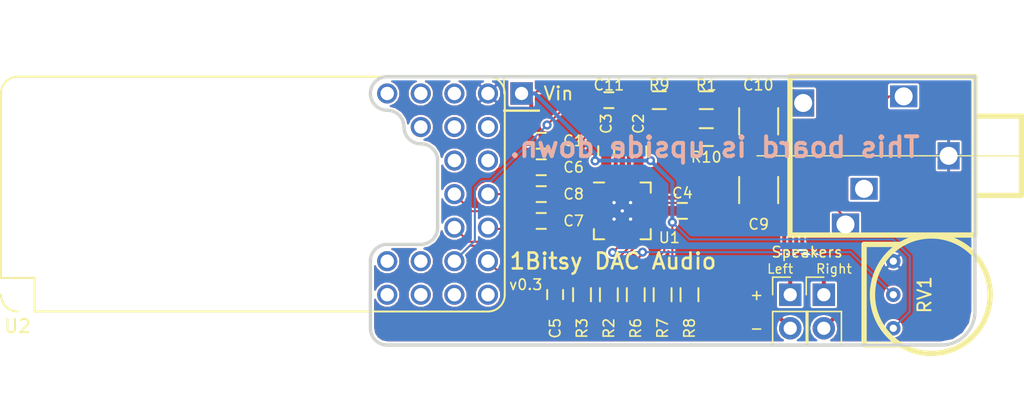
<source format=kicad_pcb>
(kicad_pcb (version 20171130) (host pcbnew 5.0.0-rc2-dev-unknown-7b4a8d7~62~ubuntu16.04.1)

  (general
    (thickness 0.8)
    (drawings 22)
    (tracks 202)
    (zones 0)
    (modules 26)
    (nets 32)
  )

  (page A4)
  (title_block
    (title "1UP Audio Repair")
    (date 2018-03-04)
    (rev v0.3)
  )

  (layers
    (0 F.Cu signal)
    (31 B.Cu signal)
    (34 B.Paste user)
    (35 F.Paste user)
    (36 B.SilkS user)
    (37 F.SilkS user)
    (38 B.Mask user)
    (39 F.Mask user)
    (40 Dwgs.User user)
    (41 Cmts.User user)
    (44 Edge.Cuts user)
    (46 B.CrtYd user)
    (47 F.CrtYd user)
    (48 B.Fab user)
    (49 F.Fab user)
  )

  (setup
    (last_trace_width 0.1524)
    (trace_clearance 0.1524)
    (zone_clearance 0.508)
    (zone_45_only no)
    (trace_min 0.1524)
    (segment_width 0.2)
    (edge_width 0.254)
    (via_size 0.6858)
    (via_drill 0.3302)
    (via_min_size 0.6858)
    (via_min_drill 0.3302)
    (uvia_size 0.6858)
    (uvia_drill 0.1)
    (uvias_allowed no)
    (uvia_min_size 0.2)
    (uvia_min_drill 0.1)
    (pcb_text_width 0.3)
    (pcb_text_size 1.5 1.5)
    (mod_edge_width 0.15)
    (mod_text_size 1 1)
    (mod_text_width 0.15)
    (pad_size 1.5 1.5)
    (pad_drill 0.6)
    (pad_to_mask_clearance 0.0508)
    (aux_axis_origin 0 0)
    (visible_elements FFFFEF7F)
    (pcbplotparams
      (layerselection 0x010fc_ffffffff)
      (usegerberextensions true)
      (usegerberattributes false)
      (usegerberadvancedattributes false)
      (creategerberjobfile false)
      (excludeedgelayer true)
      (linewidth 0.100000)
      (plotframeref false)
      (viasonmask false)
      (mode 1)
      (useauxorigin false)
      (hpglpennumber 1)
      (hpglpenspeed 20)
      (hpglpendiameter 15)
      (psnegative false)
      (psa4output false)
      (plotreference true)
      (plotvalue true)
      (plotinvisibletext false)
      (padsonsilk false)
      (subtractmaskfromsilk true)
      (outputformat 1)
      (mirror false)
      (drillshape 0)
      (scaleselection 1)
      (outputdirectory gerber))
  )

  (net 0 "")
  (net 1 VDD)
  (net 2 GND)
  (net 3 /VOL_ADC)
  (net 4 "Net-(C6-Pad1)")
  (net 5 "Net-(C7-Pad1)")
  (net 6 /DAC_L)
  (net 7 "Net-(C8-Pad1)")
  (net 8 /DAC_R)
  (net 9 "Net-(C9-Pad1)")
  (net 10 "Net-(C9-Pad2)")
  (net 11 "Net-(C10-Pad1)")
  (net 12 "Net-(C10-Pad2)")
  (net 13 /TIP_SW)
  (net 14 "Net-(J2-Pad3)")
  (net 15 "Net-(J2-Pad4)")
  (net 16 "Net-(J4-Pad1)")
  (net 17 "Net-(J4-Pad2)")
  (net 18 "Net-(J6-Pad1)")
  (net 19 "Net-(J6-Pad2)")
  (net 20 "Net-(R2-Pad1)")
  (net 21 "Net-(R6-Pad1)")
  (net 22 "Net-(R6-Pad2)")
  (net 23 /~SHUTDOWN)
  (net 24 /MUTE)
  (net 25 "Net-(U2-Pad14)")
  (net 26 +3V3)
  (net 27 "Net-(U2-Pad17)")
  (net 28 "Net-(U2-Pad37)")
  (net 29 "Net-(U2-Pad38)")
  (net 30 "Net-(U2-Pad39)")
  (net 31 "Net-(U2-Pad40)")

  (net_class Default "This is the default net class."
    (clearance 0.1524)
    (trace_width 0.1524)
    (via_dia 0.6858)
    (via_drill 0.3302)
    (uvia_dia 0.6858)
    (uvia_drill 0.1)
    (add_net +3V3)
    (add_net /DAC_L)
    (add_net /DAC_R)
    (add_net /MUTE)
    (add_net /TIP_SW)
    (add_net /VOL_ADC)
    (add_net /~SHUTDOWN)
    (add_net GND)
    (add_net "Net-(C10-Pad1)")
    (add_net "Net-(C10-Pad2)")
    (add_net "Net-(C6-Pad1)")
    (add_net "Net-(C7-Pad1)")
    (add_net "Net-(C8-Pad1)")
    (add_net "Net-(C9-Pad1)")
    (add_net "Net-(C9-Pad2)")
    (add_net "Net-(J2-Pad3)")
    (add_net "Net-(J2-Pad4)")
    (add_net "Net-(R2-Pad1)")
    (add_net "Net-(R6-Pad1)")
    (add_net "Net-(R6-Pad2)")
    (add_net "Net-(U2-Pad14)")
    (add_net "Net-(U2-Pad17)")
    (add_net "Net-(U2-Pad37)")
    (add_net "Net-(U2-Pad38)")
    (add_net "Net-(U2-Pad39)")
    (add_net "Net-(U2-Pad40)")
    (add_net VDD)
  )

  (net_class Power ""
    (clearance 0.1524)
    (trace_width 0.3)
    (via_dia 0.6858)
    (via_drill 0.3302)
    (uvia_dia 0.6858)
    (uvia_drill 0.1)
  )

  (net_class "Speaker Wire" ""
    (clearance 0.1524)
    (trace_width 0.3)
    (via_dia 0.6858)
    (via_drill 0.3302)
    (uvia_dia 0.6858)
    (uvia_drill 0.1)
    (add_net "Net-(J4-Pad1)")
    (add_net "Net-(J4-Pad2)")
    (add_net "Net-(J6-Pad1)")
    (add_net "Net-(J6-Pad2)")
  )

  (module audio-repair:Switchcraft_35RAPC4BHN3 (layer F.Cu) (tedit 5A9BED16) (tstamp 5A9B3046)
    (at 179.08 83.46 180)
    (path /59F3F362)
    (fp_text reference J2 (at 2.5 7 180) (layer F.Fab)
      (effects (font (size 1 1) (thickness 0.15)))
    )
    (fp_text value Switchcraft_35RAPC4BHN3 (at 8.392 0.402 180) (layer F.Fab) hide
      (effects (font (size 0.5 0.5) (thickness 0.075)))
    )
    (fp_line (start -3.5 3) (end 0 3) (layer F.SilkS) (width 0.4))
    (fp_line (start -3.5 -3) (end -3.5 3) (layer F.SilkS) (width 0.4))
    (fp_line (start 0 -3) (end -3.5 -3) (layer F.SilkS) (width 0.4))
    (fp_line (start 0 6) (end 0 0) (layer F.SilkS) (width 0.4))
    (fp_line (start 14 6) (end 0 6) (layer F.SilkS) (width 0.4))
    (fp_line (start 14 -6) (end 14 6) (layer F.SilkS) (width 0.4))
    (fp_line (start 0 -6) (end 14 -6) (layer F.SilkS) (width 0.4))
    (fp_line (start 0 0) (end 0 -6) (layer F.SilkS) (width 0.4))
    (fp_line (start -3.5 0) (end 16.5 0) (layer F.SilkS) (width 0.1))
    (pad 1 thru_hole rect (at 2 0 180) (size 1.66 2.06) (drill 1.36) (layers *.Cu *.Mask)
      (net 2 GND))
    (pad 2 thru_hole rect (at 9.8 -5.2 180) (size 2.06 1.66) (drill 1.36) (layers *.Cu *.Mask)
      (net 12 "Net-(C10-Pad2)"))
    (pad 3 thru_hole rect (at 8.4 -2.5 180) (size 2.06 1.66) (drill 1.36) (layers *.Cu *.Mask)
      (net 14 "Net-(J2-Pad3)"))
    (pad 4 thru_hole rect (at 13 4 180) (size 1.66 2.06) (drill 1.36) (layers *.Cu *.Mask)
      (net 15 "Net-(J2-Pad4)"))
    (pad 5 thru_hole rect (at 5.4 4.5 180) (size 2.06 1.66) (drill 1.36) (layers *.Cu *.Mask)
      (net 10 "Net-(C9-Pad2)"))
  )

  (module audio-repair:1bitsy-stub (layer F.Cu) (tedit 59F8C8AB) (tstamp 5A9B3162)
    (at 106.68 93.98 90)
    (path /59F35A2F)
    (fp_text reference U2 (at -2.38 -0.02 180) (layer F.SilkS)
      (effects (font (size 1 1) (thickness 0.15)))
    )
    (fp_text value 1bitsy-basic-stubby (at 14.84 7.41 180) (layer F.Fab)
      (effects (font (size 1 1) (thickness 0.15)))
    )
    (fp_arc (start 0 35.56) (end 0 36.83) (angle 90) (layer F.SilkS) (width 0.15))
    (fp_arc (start 15.24 35.56) (end 16.51 35.56) (angle 90) (layer F.SilkS) (width 0.15))
    (fp_arc (start 15.24 0) (end 15.24 -1.27) (angle 90) (layer F.SilkS) (width 0.15))
    (fp_arc (start 0 0) (end -1.27 0) (angle 90) (layer F.SilkS) (width 0.15))
    (fp_line (start 16.51 35.56) (end 16.51 0) (layer F.SilkS) (width 0.15))
    (fp_line (start 0 36.83) (end 15.24 36.83) (layer F.SilkS) (width 0.15))
    (fp_line (start -1.27 1.27) (end -1.27 35.56) (layer F.SilkS) (width 0.15))
    (fp_line (start 1.27 1.27) (end -1.27 1.27) (layer F.SilkS) (width 0.15))
    (fp_line (start 1.27 -1.27) (end 1.27 1.27) (layer F.SilkS) (width 0.15))
    (fp_line (start 1.27 -1.27) (end 15.24 -1.27) (layer F.SilkS) (width 0.15))
    (fp_arc (start 0 35.56) (end 0 36.83) (angle 90) (layer F.Fab) (width 0.15))
    (fp_arc (start 15.24 35.56) (end 16.51 35.56) (angle 90) (layer F.Fab) (width 0.15))
    (fp_arc (start 15.24 0) (end 15.24 -1.27) (angle 90) (layer F.Fab) (width 0.15))
    (fp_arc (start 0 0) (end -1.27 0) (angle 90) (layer F.Fab) (width 0.15))
    (fp_line (start -1.27 35.56) (end -1.27 0) (layer F.Fab) (width 0.15))
    (fp_line (start 15.24 36.83) (end 0 36.83) (layer F.Fab) (width 0.15))
    (fp_line (start 16.51 0) (end 16.51 35.56) (layer F.Fab) (width 0.15))
    (fp_line (start 0 -1.27) (end 15.24 -1.27) (layer F.Fab) (width 0.15))
    (pad 12 thru_hole circle (at 0 27.94) (size 1.524 1.524) (drill 1.016) (layers *.Cu *.Mask))
    (pad 13 thru_hole circle (at 0 30.48) (size 1.524 1.524) (drill 1.016) (layers *.Cu *.Mask))
    (pad 14 thru_hole circle (at 0 33.02) (size 1.524 1.524) (drill 1.016) (layers *.Cu *.Mask)
      (net 25 "Net-(U2-Pad14)"))
    (pad 15 thru_hole circle (at 0 35.56) (size 1.524 1.524) (drill 1.016) (layers *.Cu *.Mask)
      (net 26 +3V3))
    (pad 16 thru_hole circle (at 15.24 35.56) (size 1.524 1.524) (drill 1.016) (layers *.Cu *.Mask)
      (net 2 GND))
    (pad 17 thru_hole circle (at 15.24 33.02) (size 1.524 1.524) (drill 1.016) (layers *.Cu *.Mask)
      (net 27 "Net-(U2-Pad17)"))
    (pad 18 thru_hole circle (at 15.24 30.48) (size 1.524 1.524) (drill 1.016) (layers *.Cu *.Mask))
    (pad 19 thru_hole circle (at 15.24 27.94) (size 1.524 1.524) (drill 1.016) (layers *.Cu *.Mask))
    (pad 31 thru_hole circle (at 2.54 33.02) (size 1.524 1.524) (drill 1.016) (layers *.Cu *.Mask)
      (net 13 /TIP_SW))
    (pad 32 thru_hole circle (at 2.54 35.56) (size 1.524 1.524) (drill 1.016) (layers *.Cu *.Mask)
      (net 3 /VOL_ADC))
    (pad 33 thru_hole circle (at 5.08 33.02) (size 1.524 1.524) (drill 1.016) (layers *.Cu *.Mask)
      (net 24 /MUTE))
    (pad 34 thru_hole circle (at 5.08 35.56) (size 1.524 1.524) (drill 1.016) (layers *.Cu *.Mask)
      (net 23 /~SHUTDOWN))
    (pad 35 thru_hole circle (at 7.62 33.02) (size 1.524 1.524) (drill 1.016) (layers *.Cu *.Mask)
      (net 6 /DAC_L))
    (pad 36 thru_hole circle (at 7.62 35.56) (size 1.524 1.524) (drill 1.016) (layers *.Cu *.Mask)
      (net 8 /DAC_R))
    (pad 37 thru_hole circle (at 10.16 33.02) (size 1.524 1.524) (drill 1.016) (layers *.Cu *.Mask)
      (net 28 "Net-(U2-Pad37)"))
    (pad 38 thru_hole circle (at 10.16 35.56) (size 1.524 1.524) (drill 1.016) (layers *.Cu *.Mask)
      (net 29 "Net-(U2-Pad38)"))
    (pad 39 thru_hole circle (at 12.7 33.02) (size 1.524 1.524) (drill 1.016) (layers *.Cu *.Mask)
      (net 30 "Net-(U2-Pad39)"))
    (pad 40 thru_hole circle (at 12.7 35.56) (size 1.524 1.524) (drill 1.016) (layers *.Cu *.Mask)
      (net 31 "Net-(U2-Pad40)"))
    (pad 42 thru_hole circle (at 2.54 27.94) (size 1.524 1.524) (drill 1.016) (layers *.Cu *.Mask))
    (pad 43 thru_hole circle (at 2.54 30.48) (size 1.524 1.524) (drill 1.016) (layers *.Cu *.Mask))
    (pad 44 thru_hole circle (at 12.7 30.48) (size 1.524 1.524) (drill 1.016) (layers *.Cu *.Mask))
  )

  (module Capacitors_SMD:C_0603 (layer F.Cu) (tedit 5A9BE877) (tstamp 5A9B2F7F)
    (at 146.2652 82.3214)
    (descr "Capacitor SMD 0603, reflow soldering, AVX (see smccp.pdf)")
    (tags "capacitor 0603")
    (path /59F3DE40)
    (attr smd)
    (fp_text reference C1 (at 2.4384 0) (layer F.SilkS)
      (effects (font (size 0.8 0.8) (thickness 0.12)))
    )
    (fp_text value 10µF (at -3.5172 -0.0254) (layer F.Fab)
      (effects (font (size 1 1) (thickness 0.15)))
    )
    (fp_line (start -0.8 0.4) (end -0.8 -0.4) (layer F.Fab) (width 0.15))
    (fp_line (start 0.8 0.4) (end -0.8 0.4) (layer F.Fab) (width 0.15))
    (fp_line (start 0.8 -0.4) (end 0.8 0.4) (layer F.Fab) (width 0.15))
    (fp_line (start -0.8 -0.4) (end 0.8 -0.4) (layer F.Fab) (width 0.15))
    (fp_line (start -1.45 -0.75) (end 1.45 -0.75) (layer F.CrtYd) (width 0.05))
    (fp_line (start -1.45 0.75) (end 1.45 0.75) (layer F.CrtYd) (width 0.05))
    (fp_line (start -1.45 -0.75) (end -1.45 0.75) (layer F.CrtYd) (width 0.05))
    (fp_line (start 1.45 -0.75) (end 1.45 0.75) (layer F.CrtYd) (width 0.05))
    (fp_line (start -0.35 -0.6) (end 0.35 -0.6) (layer F.SilkS) (width 0.15))
    (fp_line (start 0.35 0.6) (end -0.35 0.6) (layer F.SilkS) (width 0.15))
    (pad 1 smd rect (at -0.75 0) (size 0.8 0.75) (layers F.Cu F.Paste F.Mask)
      (net 1 VDD))
    (pad 2 smd rect (at 0.75 0) (size 0.8 0.75) (layers F.Cu F.Paste F.Mask)
      (net 2 GND))
    (model Capacitors_SMD.3dshapes/C_0603.wrl
      (at (xyz 0 0 0))
      (scale (xyz 1 1 1))
      (rotate (xyz 0 0 0))
    )
  )

  (module Capacitors_SMD:C_0603 (layer F.Cu) (tedit 5A9BEEB3) (tstamp 5A9B2F8F)
    (at 153.6192 83.0834 90)
    (descr "Capacitor SMD 0603, reflow soldering, AVX (see smccp.pdf)")
    (tags "capacitor 0603")
    (path /59F3DEA5)
    (attr smd)
    (fp_text reference C2 (at 2.0574 0 90) (layer F.SilkS)
      (effects (font (size 0.8 0.8) (thickness 0.12)))
    )
    (fp_text value 100nF (at 0 0 90) (layer F.Fab) hide
      (effects (font (size 0.5 0.5) (thickness 0.075)))
    )
    (fp_line (start -0.8 0.4) (end -0.8 -0.4) (layer F.Fab) (width 0.15))
    (fp_line (start 0.8 0.4) (end -0.8 0.4) (layer F.Fab) (width 0.15))
    (fp_line (start 0.8 -0.4) (end 0.8 0.4) (layer F.Fab) (width 0.15))
    (fp_line (start -0.8 -0.4) (end 0.8 -0.4) (layer F.Fab) (width 0.15))
    (fp_line (start -1.45 -0.75) (end 1.45 -0.75) (layer F.CrtYd) (width 0.05))
    (fp_line (start -1.45 0.75) (end 1.45 0.75) (layer F.CrtYd) (width 0.05))
    (fp_line (start -1.45 -0.75) (end -1.45 0.75) (layer F.CrtYd) (width 0.05))
    (fp_line (start 1.45 -0.75) (end 1.45 0.75) (layer F.CrtYd) (width 0.05))
    (fp_line (start -0.35 -0.6) (end 0.35 -0.6) (layer F.SilkS) (width 0.15))
    (fp_line (start 0.35 0.6) (end -0.35 0.6) (layer F.SilkS) (width 0.15))
    (pad 1 smd rect (at -0.75 0 90) (size 0.8 0.75) (layers F.Cu F.Paste F.Mask)
      (net 1 VDD))
    (pad 2 smd rect (at 0.75 0 90) (size 0.8 0.75) (layers F.Cu F.Paste F.Mask)
      (net 2 GND))
    (model Capacitors_SMD.3dshapes/C_0603.wrl
      (at (xyz 0 0 0))
      (scale (xyz 1 1 1))
      (rotate (xyz 0 0 0))
    )
  )

  (module Capacitors_SMD:C_0603 (layer F.Cu) (tedit 5A9BEF75) (tstamp 5A9B2F9F)
    (at 151.1808 83.0834 90)
    (descr "Capacitor SMD 0603, reflow soldering, AVX (see smccp.pdf)")
    (tags "capacitor 0603")
    (path /59F3DEF1)
    (attr smd)
    (fp_text reference C3 (at 2.0574 0 90) (layer F.SilkS)
      (effects (font (size 0.8 0.8) (thickness 0.12)))
    )
    (fp_text value 100nF (at 0 0 90) (layer F.Fab) hide
      (effects (font (size 0.5 0.5) (thickness 0.075)))
    )
    (fp_line (start -0.8 0.4) (end -0.8 -0.4) (layer F.Fab) (width 0.15))
    (fp_line (start 0.8 0.4) (end -0.8 0.4) (layer F.Fab) (width 0.15))
    (fp_line (start 0.8 -0.4) (end 0.8 0.4) (layer F.Fab) (width 0.15))
    (fp_line (start -0.8 -0.4) (end 0.8 -0.4) (layer F.Fab) (width 0.15))
    (fp_line (start -1.45 -0.75) (end 1.45 -0.75) (layer F.CrtYd) (width 0.05))
    (fp_line (start -1.45 0.75) (end 1.45 0.75) (layer F.CrtYd) (width 0.05))
    (fp_line (start -1.45 -0.75) (end -1.45 0.75) (layer F.CrtYd) (width 0.05))
    (fp_line (start 1.45 -0.75) (end 1.45 0.75) (layer F.CrtYd) (width 0.05))
    (fp_line (start -0.35 -0.6) (end 0.35 -0.6) (layer F.SilkS) (width 0.15))
    (fp_line (start 0.35 0.6) (end -0.35 0.6) (layer F.SilkS) (width 0.15))
    (pad 1 smd rect (at -0.75 0 90) (size 0.8 0.75) (layers F.Cu F.Paste F.Mask)
      (net 1 VDD))
    (pad 2 smd rect (at 0.75 0 90) (size 0.8 0.75) (layers F.Cu F.Paste F.Mask)
      (net 2 GND))
    (model Capacitors_SMD.3dshapes/C_0603.wrl
      (at (xyz 0 0 0))
      (scale (xyz 1 1 1))
      (rotate (xyz 0 0 0))
    )
  )

  (module Capacitors_SMD:C_0603 (layer F.Cu) (tedit 5A9BE919) (tstamp 5A9B2FAF)
    (at 156.9466 87.63)
    (descr "Capacitor SMD 0603, reflow soldering, AVX (see smccp.pdf)")
    (tags "capacitor 0603")
    (path /59F3DF40)
    (attr smd)
    (fp_text reference C4 (at 0 -1.3462) (layer F.SilkS)
      (effects (font (size 0.8 0.8) (thickness 0.12)))
    )
    (fp_text value 100nF (at 0 0) (layer F.Fab) hide
      (effects (font (size 0.5 0.5) (thickness 0.075)))
    )
    (fp_line (start -0.8 0.4) (end -0.8 -0.4) (layer F.Fab) (width 0.15))
    (fp_line (start 0.8 0.4) (end -0.8 0.4) (layer F.Fab) (width 0.15))
    (fp_line (start 0.8 -0.4) (end 0.8 0.4) (layer F.Fab) (width 0.15))
    (fp_line (start -0.8 -0.4) (end 0.8 -0.4) (layer F.Fab) (width 0.15))
    (fp_line (start -1.45 -0.75) (end 1.45 -0.75) (layer F.CrtYd) (width 0.05))
    (fp_line (start -1.45 0.75) (end 1.45 0.75) (layer F.CrtYd) (width 0.05))
    (fp_line (start -1.45 -0.75) (end -1.45 0.75) (layer F.CrtYd) (width 0.05))
    (fp_line (start 1.45 -0.75) (end 1.45 0.75) (layer F.CrtYd) (width 0.05))
    (fp_line (start -0.35 -0.6) (end 0.35 -0.6) (layer F.SilkS) (width 0.15))
    (fp_line (start 0.35 0.6) (end -0.35 0.6) (layer F.SilkS) (width 0.15))
    (pad 1 smd rect (at -0.75 0) (size 0.8 0.75) (layers F.Cu F.Paste F.Mask)
      (net 1 VDD))
    (pad 2 smd rect (at 0.75 0) (size 0.8 0.75) (layers F.Cu F.Paste F.Mask)
      (net 2 GND))
    (model Capacitors_SMD.3dshapes/C_0603.wrl
      (at (xyz 0 0 0))
      (scale (xyz 1 1 1))
      (rotate (xyz 0 0 0))
    )
  )

  (module Capacitors_SMD:C_0603 (layer F.Cu) (tedit 5A9BE7A8) (tstamp 5A9B2FBF)
    (at 147.32 93.968 270)
    (descr "Capacitor SMD 0603, reflow soldering, AVX (see smccp.pdf)")
    (tags "capacitor 0603")
    (path /59F39E49)
    (attr smd)
    (fp_text reference C5 (at 2.552 0 270) (layer F.SilkS)
      (effects (font (size 0.8 0.8) (thickness 0.12)))
    )
    (fp_text value 10nF (at 5.854 0 270) (layer F.Fab)
      (effects (font (size 1 1) (thickness 0.15)))
    )
    (fp_line (start -0.8 0.4) (end -0.8 -0.4) (layer F.Fab) (width 0.15))
    (fp_line (start 0.8 0.4) (end -0.8 0.4) (layer F.Fab) (width 0.15))
    (fp_line (start 0.8 -0.4) (end 0.8 0.4) (layer F.Fab) (width 0.15))
    (fp_line (start -0.8 -0.4) (end 0.8 -0.4) (layer F.Fab) (width 0.15))
    (fp_line (start -1.45 -0.75) (end 1.45 -0.75) (layer F.CrtYd) (width 0.05))
    (fp_line (start -1.45 0.75) (end 1.45 0.75) (layer F.CrtYd) (width 0.05))
    (fp_line (start -1.45 -0.75) (end -1.45 0.75) (layer F.CrtYd) (width 0.05))
    (fp_line (start 1.45 -0.75) (end 1.45 0.75) (layer F.CrtYd) (width 0.05))
    (fp_line (start -0.35 -0.6) (end 0.35 -0.6) (layer F.SilkS) (width 0.15))
    (fp_line (start 0.35 0.6) (end -0.35 0.6) (layer F.SilkS) (width 0.15))
    (pad 1 smd rect (at -0.75 0 270) (size 0.8 0.75) (layers F.Cu F.Paste F.Mask)
      (net 3 /VOL_ADC))
    (pad 2 smd rect (at 0.75 0 270) (size 0.8 0.75) (layers F.Cu F.Paste F.Mask)
      (net 2 GND))
    (model Capacitors_SMD.3dshapes/C_0603.wrl
      (at (xyz 0 0 0))
      (scale (xyz 1 1 1))
      (rotate (xyz 0 0 0))
    )
  )

  (module Capacitors_SMD:C_0603 (layer F.Cu) (tedit 5A9BE889) (tstamp 5A9B2FCF)
    (at 146.2659 84.328 180)
    (descr "Capacitor SMD 0603, reflow soldering, AVX (see smccp.pdf)")
    (tags "capacitor 0603")
    (path /59F364C0)
    (attr smd)
    (fp_text reference C6 (at -2.4511 0 180) (layer F.SilkS)
      (effects (font (size 0.8 0.8) (thickness 0.12)))
    )
    (fp_text value 1µF (at 3.0099 0 180) (layer F.Fab)
      (effects (font (size 1 1) (thickness 0.15)))
    )
    (fp_line (start -0.8 0.4) (end -0.8 -0.4) (layer F.Fab) (width 0.15))
    (fp_line (start 0.8 0.4) (end -0.8 0.4) (layer F.Fab) (width 0.15))
    (fp_line (start 0.8 -0.4) (end 0.8 0.4) (layer F.Fab) (width 0.15))
    (fp_line (start -0.8 -0.4) (end 0.8 -0.4) (layer F.Fab) (width 0.15))
    (fp_line (start -1.45 -0.75) (end 1.45 -0.75) (layer F.CrtYd) (width 0.05))
    (fp_line (start -1.45 0.75) (end 1.45 0.75) (layer F.CrtYd) (width 0.05))
    (fp_line (start -1.45 -0.75) (end -1.45 0.75) (layer F.CrtYd) (width 0.05))
    (fp_line (start 1.45 -0.75) (end 1.45 0.75) (layer F.CrtYd) (width 0.05))
    (fp_line (start -0.35 -0.6) (end 0.35 -0.6) (layer F.SilkS) (width 0.15))
    (fp_line (start 0.35 0.6) (end -0.35 0.6) (layer F.SilkS) (width 0.15))
    (pad 1 smd rect (at -0.75 0 180) (size 0.8 0.75) (layers F.Cu F.Paste F.Mask)
      (net 4 "Net-(C6-Pad1)"))
    (pad 2 smd rect (at 0.75 0 180) (size 0.8 0.75) (layers F.Cu F.Paste F.Mask)
      (net 2 GND))
    (model Capacitors_SMD.3dshapes/C_0603.wrl
      (at (xyz 0 0 0))
      (scale (xyz 1 1 1))
      (rotate (xyz 0 0 0))
    )
  )

  (module Capacitors_SMD:C_0603 (layer F.Cu) (tedit 5A9BE8A2) (tstamp 5A9B2FDF)
    (at 146.2659 88.392 180)
    (descr "Capacitor SMD 0603, reflow soldering, AVX (see smccp.pdf)")
    (tags "capacitor 0603")
    (path /59F3AD5F)
    (attr smd)
    (fp_text reference C7 (at -2.4511 0 180) (layer F.SilkS)
      (effects (font (size 0.8 0.8) (thickness 0.12)))
    )
    (fp_text value 220nF (at 3.7719 0 180) (layer F.Fab)
      (effects (font (size 1 1) (thickness 0.15)))
    )
    (fp_line (start -0.8 0.4) (end -0.8 -0.4) (layer F.Fab) (width 0.15))
    (fp_line (start 0.8 0.4) (end -0.8 0.4) (layer F.Fab) (width 0.15))
    (fp_line (start 0.8 -0.4) (end 0.8 0.4) (layer F.Fab) (width 0.15))
    (fp_line (start -0.8 -0.4) (end 0.8 -0.4) (layer F.Fab) (width 0.15))
    (fp_line (start -1.45 -0.75) (end 1.45 -0.75) (layer F.CrtYd) (width 0.05))
    (fp_line (start -1.45 0.75) (end 1.45 0.75) (layer F.CrtYd) (width 0.05))
    (fp_line (start -1.45 -0.75) (end -1.45 0.75) (layer F.CrtYd) (width 0.05))
    (fp_line (start 1.45 -0.75) (end 1.45 0.75) (layer F.CrtYd) (width 0.05))
    (fp_line (start -0.35 -0.6) (end 0.35 -0.6) (layer F.SilkS) (width 0.15))
    (fp_line (start 0.35 0.6) (end -0.35 0.6) (layer F.SilkS) (width 0.15))
    (pad 1 smd rect (at -0.75 0 180) (size 0.8 0.75) (layers F.Cu F.Paste F.Mask)
      (net 5 "Net-(C7-Pad1)"))
    (pad 2 smd rect (at 0.75 0 180) (size 0.8 0.75) (layers F.Cu F.Paste F.Mask)
      (net 6 /DAC_L))
    (model Capacitors_SMD.3dshapes/C_0603.wrl
      (at (xyz 0 0 0))
      (scale (xyz 1 1 1))
      (rotate (xyz 0 0 0))
    )
  )

  (module Capacitors_SMD:C_0603 (layer F.Cu) (tedit 5A9BE853) (tstamp 5A9B2FEF)
    (at 146.2659 86.36 180)
    (descr "Capacitor SMD 0603, reflow soldering, AVX (see smccp.pdf)")
    (tags "capacitor 0603")
    (path /59F3AE10)
    (attr smd)
    (fp_text reference C8 (at -2.4511 0 180) (layer F.SilkS)
      (effects (font (size 0.8 0.8) (thickness 0.12)))
    )
    (fp_text value 220nF (at 3.7719 0 180) (layer F.Fab)
      (effects (font (size 1 1) (thickness 0.15)))
    )
    (fp_line (start -0.8 0.4) (end -0.8 -0.4) (layer F.Fab) (width 0.15))
    (fp_line (start 0.8 0.4) (end -0.8 0.4) (layer F.Fab) (width 0.15))
    (fp_line (start 0.8 -0.4) (end 0.8 0.4) (layer F.Fab) (width 0.15))
    (fp_line (start -0.8 -0.4) (end 0.8 -0.4) (layer F.Fab) (width 0.15))
    (fp_line (start -1.45 -0.75) (end 1.45 -0.75) (layer F.CrtYd) (width 0.05))
    (fp_line (start -1.45 0.75) (end 1.45 0.75) (layer F.CrtYd) (width 0.05))
    (fp_line (start -1.45 -0.75) (end -1.45 0.75) (layer F.CrtYd) (width 0.05))
    (fp_line (start 1.45 -0.75) (end 1.45 0.75) (layer F.CrtYd) (width 0.05))
    (fp_line (start -0.35 -0.6) (end 0.35 -0.6) (layer F.SilkS) (width 0.15))
    (fp_line (start 0.35 0.6) (end -0.35 0.6) (layer F.SilkS) (width 0.15))
    (pad 1 smd rect (at -0.75 0 180) (size 0.8 0.75) (layers F.Cu F.Paste F.Mask)
      (net 7 "Net-(C8-Pad1)"))
    (pad 2 smd rect (at 0.75 0 180) (size 0.8 0.75) (layers F.Cu F.Paste F.Mask)
      (net 8 /DAC_R))
    (model Capacitors_SMD.3dshapes/C_0603.wrl
      (at (xyz 0 0 0))
      (scale (xyz 1 1 1))
      (rotate (xyz 0 0 0))
    )
  )

  (module Capacitors_SMD:C_1210 (layer F.Cu) (tedit 5A9BF3D6) (tstamp 5A9B2FFF)
    (at 162.7124 86.0552 90)
    (descr "Capacitor SMD 1210, reflow soldering, AVX (see smccp.pdf)")
    (tags "capacitor 1210")
    (path /59F371F5)
    (attr smd)
    (fp_text reference C9 (at -2.5908 0 180) (layer F.SilkS)
      (effects (font (size 0.8 0.8) (thickness 0.12)))
    )
    (fp_text value 220µF (at 0 0 180) (layer F.Fab)
      (effects (font (size 0.5 0.5) (thickness 0.075)))
    )
    (fp_line (start -1.6 1.25) (end -1.6 -1.25) (layer F.Fab) (width 0.15))
    (fp_line (start 1.6 1.25) (end -1.6 1.25) (layer F.Fab) (width 0.15))
    (fp_line (start 1.6 -1.25) (end 1.6 1.25) (layer F.Fab) (width 0.15))
    (fp_line (start -1.6 -1.25) (end 1.6 -1.25) (layer F.Fab) (width 0.15))
    (fp_line (start -2.3 -1.6) (end 2.3 -1.6) (layer F.CrtYd) (width 0.05))
    (fp_line (start -2.3 1.6) (end 2.3 1.6) (layer F.CrtYd) (width 0.05))
    (fp_line (start -2.3 -1.6) (end -2.3 1.6) (layer F.CrtYd) (width 0.05))
    (fp_line (start 2.3 -1.6) (end 2.3 1.6) (layer F.CrtYd) (width 0.05))
    (fp_line (start 1 -1.475) (end -1 -1.475) (layer F.SilkS) (width 0.15))
    (fp_line (start -1 1.475) (end 1 1.475) (layer F.SilkS) (width 0.15))
    (pad 1 smd rect (at -1.5 0 90) (size 1 2.5) (layers F.Cu F.Paste F.Mask)
      (net 9 "Net-(C9-Pad1)"))
    (pad 2 smd rect (at 1.5 0 90) (size 1 2.5) (layers F.Cu F.Paste F.Mask)
      (net 10 "Net-(C9-Pad2)"))
    (model Capacitors_SMD.3dshapes/C_1210.wrl
      (at (xyz 0 0 0))
      (scale (xyz 1 1 1))
      (rotate (xyz 0 0 0))
    )
  )

  (module Capacitors_SMD:C_1210 (layer F.Cu) (tedit 5A9BE9C6) (tstamp 5A9B300F)
    (at 162.7124 80.8482 270)
    (descr "Capacitor SMD 1210, reflow soldering, AVX (see smccp.pdf)")
    (tags "capacitor 1210")
    (path /59F37226)
    (attr smd)
    (fp_text reference C10 (at -2.7432 0.0254) (layer F.SilkS)
      (effects (font (size 0.8 0.8) (thickness 0.12)))
    )
    (fp_text value 220µF (at 0 0) (layer F.Fab)
      (effects (font (size 0.5 0.5) (thickness 0.075)))
    )
    (fp_line (start -1.6 1.25) (end -1.6 -1.25) (layer F.Fab) (width 0.15))
    (fp_line (start 1.6 1.25) (end -1.6 1.25) (layer F.Fab) (width 0.15))
    (fp_line (start 1.6 -1.25) (end 1.6 1.25) (layer F.Fab) (width 0.15))
    (fp_line (start -1.6 -1.25) (end 1.6 -1.25) (layer F.Fab) (width 0.15))
    (fp_line (start -2.3 -1.6) (end 2.3 -1.6) (layer F.CrtYd) (width 0.05))
    (fp_line (start -2.3 1.6) (end 2.3 1.6) (layer F.CrtYd) (width 0.05))
    (fp_line (start -2.3 -1.6) (end -2.3 1.6) (layer F.CrtYd) (width 0.05))
    (fp_line (start 2.3 -1.6) (end 2.3 1.6) (layer F.CrtYd) (width 0.05))
    (fp_line (start 1 -1.475) (end -1 -1.475) (layer F.SilkS) (width 0.15))
    (fp_line (start -1 1.475) (end 1 1.475) (layer F.SilkS) (width 0.15))
    (pad 1 smd rect (at -1.5 0 270) (size 1 2.5) (layers F.Cu F.Paste F.Mask)
      (net 11 "Net-(C10-Pad1)"))
    (pad 2 smd rect (at 1.5 0 270) (size 1 2.5) (layers F.Cu F.Paste F.Mask)
      (net 12 "Net-(C10-Pad2)"))
    (model Capacitors_SMD.3dshapes/C_1210.wrl
      (at (xyz 0 0 0))
      (scale (xyz 1 1 1))
      (rotate (xyz 0 0 0))
    )
  )

  (module Capacitors_SMD:C_0603 (layer F.Cu) (tedit 5A9BEF48) (tstamp 5A9B301F)
    (at 151.384 79.248 180)
    (descr "Capacitor SMD 0603, reflow soldering, AVX (see smccp.pdf)")
    (tags "capacitor 0603")
    (path /5A9A8944)
    (attr smd)
    (fp_text reference C11 (at 0 1.143 180) (layer F.SilkS)
      (effects (font (size 0.8 0.8) (thickness 0.12)))
    )
    (fp_text value 100nF (at 0 3.81 180) (layer F.Fab)
      (effects (font (size 0.8 0.8) (thickness 0.12)))
    )
    (fp_line (start -0.8 0.4) (end -0.8 -0.4) (layer F.Fab) (width 0.15))
    (fp_line (start 0.8 0.4) (end -0.8 0.4) (layer F.Fab) (width 0.15))
    (fp_line (start 0.8 -0.4) (end 0.8 0.4) (layer F.Fab) (width 0.15))
    (fp_line (start -0.8 -0.4) (end 0.8 -0.4) (layer F.Fab) (width 0.15))
    (fp_line (start -1.45 -0.75) (end 1.45 -0.75) (layer F.CrtYd) (width 0.05))
    (fp_line (start -1.45 0.75) (end 1.45 0.75) (layer F.CrtYd) (width 0.05))
    (fp_line (start -1.45 -0.75) (end -1.45 0.75) (layer F.CrtYd) (width 0.05))
    (fp_line (start 1.45 -0.75) (end 1.45 0.75) (layer F.CrtYd) (width 0.05))
    (fp_line (start -0.35 -0.6) (end 0.35 -0.6) (layer F.SilkS) (width 0.15))
    (fp_line (start 0.35 0.6) (end -0.35 0.6) (layer F.SilkS) (width 0.15))
    (pad 1 smd rect (at -0.75 0 180) (size 0.8 0.75) (layers F.Cu F.Paste F.Mask)
      (net 13 /TIP_SW))
    (pad 2 smd rect (at 0.75 0 180) (size 0.8 0.75) (layers F.Cu F.Paste F.Mask)
      (net 2 GND))
    (model Capacitors_SMD.3dshapes/C_0603.wrl
      (at (xyz 0 0 0))
      (scale (xyz 1 1 1))
      (rotate (xyz 0 0 0))
    )
  )

  (module Pin_Headers:Pin_Header_Straight_1x01_Pitch2.54mm (layer F.Cu) (tedit 5A9B2FC6) (tstamp 5A9B3034)
    (at 144.78 78.74)
    (descr "Through hole straight pin header, 1x01, 2.54mm pitch, single row")
    (tags "Through hole pin header THT 1x01 2.54mm single row")
    (path /59F3BAA9)
    (fp_text reference J1 (at 0 -2.33) (layer F.Fab)
      (effects (font (size 1 1) (thickness 0.15)))
    )
    (fp_text value Vin (at 2.794 0) (layer F.SilkS)
      (effects (font (size 1 1) (thickness 0.15)))
    )
    (fp_line (start -0.635 -1.27) (end 1.27 -1.27) (layer F.Fab) (width 0.1))
    (fp_line (start 1.27 -1.27) (end 1.27 1.27) (layer F.Fab) (width 0.1))
    (fp_line (start 1.27 1.27) (end -1.27 1.27) (layer F.Fab) (width 0.1))
    (fp_line (start -1.27 1.27) (end -1.27 -0.635) (layer F.Fab) (width 0.1))
    (fp_line (start -1.27 -0.635) (end -0.635 -1.27) (layer F.Fab) (width 0.1))
    (fp_line (start -1.33 1.33) (end 1.33 1.33) (layer F.SilkS) (width 0.12))
    (fp_line (start -1.33 1.27) (end -1.33 1.33) (layer F.SilkS) (width 0.12))
    (fp_line (start 1.33 1.27) (end 1.33 1.33) (layer F.SilkS) (width 0.12))
    (fp_line (start -1.33 1.27) (end 1.33 1.27) (layer F.SilkS) (width 0.12))
    (fp_line (start -1.33 0) (end -1.33 -1.33) (layer F.SilkS) (width 0.12))
    (fp_line (start -1.33 -1.33) (end 0 -1.33) (layer F.SilkS) (width 0.12))
    (fp_line (start -1.8 -1.8) (end -1.8 1.8) (layer F.CrtYd) (width 0.05))
    (fp_line (start -1.8 1.8) (end 1.8 1.8) (layer F.CrtYd) (width 0.05))
    (fp_line (start 1.8 1.8) (end 1.8 -1.8) (layer F.CrtYd) (width 0.05))
    (fp_line (start 1.8 -1.8) (end -1.8 -1.8) (layer F.CrtYd) (width 0.05))
    (fp_text user %R (at 0 0 90) (layer F.Fab) hide
      (effects (font (size 1 1) (thickness 0.15)))
    )
    (pad 1 thru_hole rect (at 0 0) (size 1.7 1.7) (drill 1) (layers *.Cu *.Mask)
      (net 1 VDD))
    (model ${KISYS3DMOD}/Pin_Headers.3dshapes/Pin_Header_Straight_1x01_Pitch2.54mm.wrl
      (at (xyz 0 0 0))
      (scale (xyz 1 1 1))
      (rotate (xyz 0 0 0))
    )
  )

  (module Pin_Headers:Pin_Header_Straight_1x02_Pitch2.54mm (layer F.Cu) (tedit 5A9B3F70) (tstamp 5A9B305C)
    (at 165.1 93.98)
    (descr "Through hole straight pin header, 1x02, 2.54mm pitch, single row")
    (tags "Through hole pin header THT 1x02 2.54mm single row")
    (path /59F372B0)
    (fp_text reference J4 (at 0 5.08) (layer F.Fab)
      (effects (font (size 1 1) (thickness 0.15)))
    )
    (fp_text value Left (at -0.762 -1.9558) (layer F.SilkS)
      (effects (font (size 0.7 0.7) (thickness 0.105)))
    )
    (fp_line (start -0.635 -1.27) (end 1.27 -1.27) (layer F.Fab) (width 0.1))
    (fp_line (start 1.27 -1.27) (end 1.27 3.81) (layer F.Fab) (width 0.1))
    (fp_line (start 1.27 3.81) (end -1.27 3.81) (layer F.Fab) (width 0.1))
    (fp_line (start -1.27 3.81) (end -1.27 -0.635) (layer F.Fab) (width 0.1))
    (fp_line (start -1.27 -0.635) (end -0.635 -1.27) (layer F.Fab) (width 0.1))
    (fp_line (start -1.33 3.87) (end 1.33 3.87) (layer F.SilkS) (width 0.12))
    (fp_line (start -1.33 1.27) (end -1.33 3.87) (layer F.SilkS) (width 0.12))
    (fp_line (start 1.33 1.27) (end 1.33 3.87) (layer F.SilkS) (width 0.12))
    (fp_line (start -1.33 1.27) (end 1.33 1.27) (layer F.SilkS) (width 0.12))
    (fp_line (start -1.33 0) (end -1.33 -1.33) (layer F.SilkS) (width 0.12))
    (fp_line (start -1.33 -1.33) (end 0 -1.33) (layer F.SilkS) (width 0.12))
    (fp_line (start -1.8 -1.8) (end -1.8 4.35) (layer F.CrtYd) (width 0.05))
    (fp_line (start -1.8 4.35) (end 1.8 4.35) (layer F.CrtYd) (width 0.05))
    (fp_line (start 1.8 4.35) (end 1.8 -1.8) (layer F.CrtYd) (width 0.05))
    (fp_line (start 1.8 -1.8) (end -1.8 -1.8) (layer F.CrtYd) (width 0.05))
    (fp_text user %R (at 0 1.27 90) (layer F.Fab) hide
      (effects (font (size 1 1) (thickness 0.15)))
    )
    (pad 1 thru_hole rect (at 0 0) (size 1.7 1.7) (drill 1) (layers *.Cu *.Mask)
      (net 16 "Net-(J4-Pad1)"))
    (pad 2 thru_hole oval (at 0 2.54) (size 1.7 1.7) (drill 1) (layers *.Cu *.Mask)
      (net 17 "Net-(J4-Pad2)"))
    (model ${KISYS3DMOD}/Pin_Headers.3dshapes/Pin_Header_Straight_1x02_Pitch2.54mm.wrl
      (at (xyz 0 0 0))
      (scale (xyz 1 1 1))
      (rotate (xyz 0 0 0))
    )
  )

  (module Pin_Headers:Pin_Header_Straight_1x02_Pitch2.54mm (layer F.Cu) (tedit 5A9B3F74) (tstamp 5A9B3072)
    (at 167.64 93.98)
    (descr "Through hole straight pin header, 1x02, 2.54mm pitch, single row")
    (tags "Through hole pin header THT 1x02 2.54mm single row")
    (path /59F8CB3D)
    (fp_text reference J6 (at 0 5.08) (layer F.Fab)
      (effects (font (size 1 1) (thickness 0.15)))
    )
    (fp_text value Right (at 0.762 -1.9558) (layer F.SilkS)
      (effects (font (size 0.7 0.7) (thickness 0.105)))
    )
    (fp_line (start -0.635 -1.27) (end 1.27 -1.27) (layer F.Fab) (width 0.1))
    (fp_line (start 1.27 -1.27) (end 1.27 3.81) (layer F.Fab) (width 0.1))
    (fp_line (start 1.27 3.81) (end -1.27 3.81) (layer F.Fab) (width 0.1))
    (fp_line (start -1.27 3.81) (end -1.27 -0.635) (layer F.Fab) (width 0.1))
    (fp_line (start -1.27 -0.635) (end -0.635 -1.27) (layer F.Fab) (width 0.1))
    (fp_line (start -1.33 3.87) (end 1.33 3.87) (layer F.SilkS) (width 0.12))
    (fp_line (start -1.33 1.27) (end -1.33 3.87) (layer F.SilkS) (width 0.12))
    (fp_line (start 1.33 1.27) (end 1.33 3.87) (layer F.SilkS) (width 0.12))
    (fp_line (start -1.33 1.27) (end 1.33 1.27) (layer F.SilkS) (width 0.12))
    (fp_line (start -1.33 0) (end -1.33 -1.33) (layer F.SilkS) (width 0.12))
    (fp_line (start -1.33 -1.33) (end 0 -1.33) (layer F.SilkS) (width 0.12))
    (fp_line (start -1.8 -1.8) (end -1.8 4.35) (layer F.CrtYd) (width 0.05))
    (fp_line (start -1.8 4.35) (end 1.8 4.35) (layer F.CrtYd) (width 0.05))
    (fp_line (start 1.8 4.35) (end 1.8 -1.8) (layer F.CrtYd) (width 0.05))
    (fp_line (start 1.8 -1.8) (end -1.8 -1.8) (layer F.CrtYd) (width 0.05))
    (fp_text user %R (at 0 1.27 90) (layer F.Fab) hide
      (effects (font (size 1 1) (thickness 0.15)))
    )
    (pad 1 thru_hole rect (at 0 0) (size 1.7 1.7) (drill 1) (layers *.Cu *.Mask)
      (net 18 "Net-(J6-Pad1)"))
    (pad 2 thru_hole oval (at 0 2.54) (size 1.7 1.7) (drill 1) (layers *.Cu *.Mask)
      (net 19 "Net-(J6-Pad2)"))
    (model ${KISYS3DMOD}/Pin_Headers.3dshapes/Pin_Header_Straight_1x02_Pitch2.54mm.wrl
      (at (xyz 0 0 0))
      (scale (xyz 1 1 1))
      (rotate (xyz 0 0 0))
    )
  )

  (module Resistors_SMD:R_0603 (layer F.Cu) (tedit 5A9BF040) (tstamp 5A9B3082)
    (at 158.75 79.248)
    (descr "Resistor SMD 0603, reflow soldering, Vishay (see dcrcw.pdf)")
    (tags "resistor 0603")
    (path /59F4E3B6)
    (attr smd)
    (fp_text reference R1 (at 0 -1.143) (layer F.SilkS)
      (effects (font (size 0.8 0.8) (thickness 0.12)))
    )
    (fp_text value 100K (at 0 -3.81) (layer F.Fab)
      (effects (font (size 0.8 0.8) (thickness 0.12)))
    )
    (fp_line (start -0.8 0.4) (end -0.8 -0.4) (layer F.Fab) (width 0.1))
    (fp_line (start 0.8 0.4) (end -0.8 0.4) (layer F.Fab) (width 0.1))
    (fp_line (start 0.8 -0.4) (end 0.8 0.4) (layer F.Fab) (width 0.1))
    (fp_line (start -0.8 -0.4) (end 0.8 -0.4) (layer F.Fab) (width 0.1))
    (fp_line (start -1.3 -0.8) (end 1.3 -0.8) (layer F.CrtYd) (width 0.05))
    (fp_line (start -1.3 0.8) (end 1.3 0.8) (layer F.CrtYd) (width 0.05))
    (fp_line (start -1.3 -0.8) (end -1.3 0.8) (layer F.CrtYd) (width 0.05))
    (fp_line (start 1.3 -0.8) (end 1.3 0.8) (layer F.CrtYd) (width 0.05))
    (fp_line (start 0.5 0.675) (end -0.5 0.675) (layer F.SilkS) (width 0.15))
    (fp_line (start -0.5 -0.675) (end 0.5 -0.675) (layer F.SilkS) (width 0.15))
    (pad 1 smd rect (at -0.75 0) (size 0.5 0.9) (layers F.Cu F.Paste F.Mask)
      (net 1 VDD))
    (pad 2 smd rect (at 0.75 0) (size 0.5 0.9) (layers F.Cu F.Paste F.Mask)
      (net 15 "Net-(J2-Pad4)"))
    (model Resistors_SMD.3dshapes/R_0603.wrl
      (at (xyz 0 0 0))
      (scale (xyz 1 1 1))
      (rotate (xyz 0 0 0))
    )
  )

  (module Resistors_SMD:R_0603 (layer F.Cu) (tedit 5A9BE74B) (tstamp 5A9B309A)
    (at 149.352 93.98 270)
    (descr "Resistor SMD 0603, reflow soldering, Vishay (see dcrcw.pdf)")
    (tags "resistor 0603")
    (path /59F39DA0)
    (attr smd)
    (fp_text reference R3 (at 2.54 0 270) (layer F.SilkS)
      (effects (font (size 0.8 0.8) (thickness 0.12)))
    )
    (fp_text value 1M (at 5.08 0 270) (layer F.Fab)
      (effects (font (size 1 1) (thickness 0.15)))
    )
    (fp_line (start -0.8 0.4) (end -0.8 -0.4) (layer F.Fab) (width 0.1))
    (fp_line (start 0.8 0.4) (end -0.8 0.4) (layer F.Fab) (width 0.1))
    (fp_line (start 0.8 -0.4) (end 0.8 0.4) (layer F.Fab) (width 0.1))
    (fp_line (start -0.8 -0.4) (end 0.8 -0.4) (layer F.Fab) (width 0.1))
    (fp_line (start -1.3 -0.8) (end 1.3 -0.8) (layer F.CrtYd) (width 0.05))
    (fp_line (start -1.3 0.8) (end 1.3 0.8) (layer F.CrtYd) (width 0.05))
    (fp_line (start -1.3 -0.8) (end -1.3 0.8) (layer F.CrtYd) (width 0.05))
    (fp_line (start 1.3 -0.8) (end 1.3 0.8) (layer F.CrtYd) (width 0.05))
    (fp_line (start 0.5 0.675) (end -0.5 0.675) (layer F.SilkS) (width 0.15))
    (fp_line (start -0.5 -0.675) (end 0.5 -0.675) (layer F.SilkS) (width 0.15))
    (pad 1 smd rect (at -0.75 0 270) (size 0.5 0.9) (layers F.Cu F.Paste F.Mask)
      (net 3 /VOL_ADC))
    (pad 2 smd rect (at 0.75 0 270) (size 0.5 0.9) (layers F.Cu F.Paste F.Mask)
      (net 2 GND))
    (model Resistors_SMD.3dshapes/R_0603.wrl
      (at (xyz 0 0 0))
      (scale (xyz 1 1 1))
      (rotate (xyz 0 0 0))
    )
  )

  (module Resistors_SMD:R_0603 (layer F.Cu) (tedit 5A9BE7B1) (tstamp 5A9B30BA)
    (at 153.416 93.98 90)
    (descr "Resistor SMD 0603, reflow soldering, Vishay (see dcrcw.pdf)")
    (tags "resistor 0603")
    (path /59F36EFB)
    (attr smd)
    (fp_text reference R6 (at -2.54 0 90) (layer F.SilkS)
      (effects (font (size 0.8 0.8) (thickness 0.12)))
    )
    (fp_text value 33K (at -5.334 0 90) (layer F.Fab)
      (effects (font (size 1 1) (thickness 0.15)))
    )
    (fp_line (start -0.8 0.4) (end -0.8 -0.4) (layer F.Fab) (width 0.1))
    (fp_line (start 0.8 0.4) (end -0.8 0.4) (layer F.Fab) (width 0.1))
    (fp_line (start 0.8 -0.4) (end 0.8 0.4) (layer F.Fab) (width 0.1))
    (fp_line (start -0.8 -0.4) (end 0.8 -0.4) (layer F.Fab) (width 0.1))
    (fp_line (start -1.3 -0.8) (end 1.3 -0.8) (layer F.CrtYd) (width 0.05))
    (fp_line (start -1.3 0.8) (end 1.3 0.8) (layer F.CrtYd) (width 0.05))
    (fp_line (start -1.3 -0.8) (end -1.3 0.8) (layer F.CrtYd) (width 0.05))
    (fp_line (start 1.3 -0.8) (end 1.3 0.8) (layer F.CrtYd) (width 0.05))
    (fp_line (start 0.5 0.675) (end -0.5 0.675) (layer F.SilkS) (width 0.15))
    (fp_line (start -0.5 -0.675) (end 0.5 -0.675) (layer F.SilkS) (width 0.15))
    (pad 1 smd rect (at -0.75 0 90) (size 0.5 0.9) (layers F.Cu F.Paste F.Mask)
      (net 21 "Net-(R6-Pad1)"))
    (pad 2 smd rect (at 0.75 0 90) (size 0.5 0.9) (layers F.Cu F.Paste F.Mask)
      (net 22 "Net-(R6-Pad2)"))
    (model Resistors_SMD.3dshapes/R_0603.wrl
      (at (xyz 0 0 0))
      (scale (xyz 1 1 1))
      (rotate (xyz 0 0 0))
    )
  )

  (module Resistors_SMD:R_0603 (layer F.Cu) (tedit 5A9BE7B4) (tstamp 5A9B30CA)
    (at 155.448 93.98 270)
    (descr "Resistor SMD 0603, reflow soldering, Vishay (see dcrcw.pdf)")
    (tags "resistor 0603")
    (path /59F36F2D)
    (attr smd)
    (fp_text reference R7 (at 2.54 0 270) (layer F.SilkS)
      (effects (font (size 0.8 0.8) (thickness 0.12)))
    )
    (fp_text value 18K (at 5.334 0 270) (layer F.Fab)
      (effects (font (size 1 1) (thickness 0.15)))
    )
    (fp_line (start -0.8 0.4) (end -0.8 -0.4) (layer F.Fab) (width 0.1))
    (fp_line (start 0.8 0.4) (end -0.8 0.4) (layer F.Fab) (width 0.1))
    (fp_line (start 0.8 -0.4) (end 0.8 0.4) (layer F.Fab) (width 0.1))
    (fp_line (start -0.8 -0.4) (end 0.8 -0.4) (layer F.Fab) (width 0.1))
    (fp_line (start -1.3 -0.8) (end 1.3 -0.8) (layer F.CrtYd) (width 0.05))
    (fp_line (start -1.3 0.8) (end 1.3 0.8) (layer F.CrtYd) (width 0.05))
    (fp_line (start -1.3 -0.8) (end -1.3 0.8) (layer F.CrtYd) (width 0.05))
    (fp_line (start 1.3 -0.8) (end 1.3 0.8) (layer F.CrtYd) (width 0.05))
    (fp_line (start 0.5 0.675) (end -0.5 0.675) (layer F.SilkS) (width 0.15))
    (fp_line (start -0.5 -0.675) (end 0.5 -0.675) (layer F.SilkS) (width 0.15))
    (pad 1 smd rect (at -0.75 0 270) (size 0.5 0.9) (layers F.Cu F.Paste F.Mask)
      (net 1 VDD))
    (pad 2 smd rect (at 0.75 0 270) (size 0.5 0.9) (layers F.Cu F.Paste F.Mask)
      (net 21 "Net-(R6-Pad1)"))
    (model Resistors_SMD.3dshapes/R_0603.wrl
      (at (xyz 0 0 0))
      (scale (xyz 1 1 1))
      (rotate (xyz 0 0 0))
    )
  )

  (module Resistors_SMD:R_0603 (layer F.Cu) (tedit 5A9BE7D3) (tstamp 5A9B30DA)
    (at 157.48 93.98 90)
    (descr "Resistor SMD 0603, reflow soldering, Vishay (see dcrcw.pdf)")
    (tags "resistor 0603")
    (path /59F36F64)
    (attr smd)
    (fp_text reference R8 (at -2.54 0 90) (layer F.SilkS)
      (effects (font (size 0.8 0.8) (thickness 0.12)))
    )
    (fp_text value 33K (at -5.334 0 90) (layer F.Fab)
      (effects (font (size 1 1) (thickness 0.15)))
    )
    (fp_line (start -0.8 0.4) (end -0.8 -0.4) (layer F.Fab) (width 0.1))
    (fp_line (start 0.8 0.4) (end -0.8 0.4) (layer F.Fab) (width 0.1))
    (fp_line (start 0.8 -0.4) (end 0.8 0.4) (layer F.Fab) (width 0.1))
    (fp_line (start -0.8 -0.4) (end 0.8 -0.4) (layer F.Fab) (width 0.1))
    (fp_line (start -1.3 -0.8) (end 1.3 -0.8) (layer F.CrtYd) (width 0.05))
    (fp_line (start -1.3 0.8) (end 1.3 0.8) (layer F.CrtYd) (width 0.05))
    (fp_line (start -1.3 -0.8) (end -1.3 0.8) (layer F.CrtYd) (width 0.05))
    (fp_line (start 1.3 -0.8) (end 1.3 0.8) (layer F.CrtYd) (width 0.05))
    (fp_line (start 0.5 0.675) (end -0.5 0.675) (layer F.SilkS) (width 0.15))
    (fp_line (start -0.5 -0.675) (end 0.5 -0.675) (layer F.SilkS) (width 0.15))
    (pad 1 smd rect (at -0.75 0 90) (size 0.5 0.9) (layers F.Cu F.Paste F.Mask)
      (net 21 "Net-(R6-Pad1)"))
    (pad 2 smd rect (at 0.75 0 90) (size 0.5 0.9) (layers F.Cu F.Paste F.Mask)
      (net 2 GND))
    (model Resistors_SMD.3dshapes/R_0603.wrl
      (at (xyz 0 0 0))
      (scale (xyz 1 1 1))
      (rotate (xyz 0 0 0))
    )
  )

  (module Resistors_SMD:R_0603 (layer F.Cu) (tedit 5A9BEFFE) (tstamp 5A9B30EA)
    (at 155.194 79.248 180)
    (descr "Resistor SMD 0603, reflow soldering, Vishay (see dcrcw.pdf)")
    (tags "resistor 0603")
    (path /5A99E331)
    (attr smd)
    (fp_text reference R9 (at 0 1.143 180) (layer F.SilkS)
      (effects (font (size 0.8 0.8) (thickness 0.12)))
    )
    (fp_text value 51K (at 0 3.81 180) (layer F.Fab)
      (effects (font (size 0.8 0.8) (thickness 0.12)))
    )
    (fp_line (start -0.8 0.4) (end -0.8 -0.4) (layer F.Fab) (width 0.1))
    (fp_line (start 0.8 0.4) (end -0.8 0.4) (layer F.Fab) (width 0.1))
    (fp_line (start 0.8 -0.4) (end 0.8 0.4) (layer F.Fab) (width 0.1))
    (fp_line (start -0.8 -0.4) (end 0.8 -0.4) (layer F.Fab) (width 0.1))
    (fp_line (start -1.3 -0.8) (end 1.3 -0.8) (layer F.CrtYd) (width 0.05))
    (fp_line (start -1.3 0.8) (end 1.3 0.8) (layer F.CrtYd) (width 0.05))
    (fp_line (start -1.3 -0.8) (end -1.3 0.8) (layer F.CrtYd) (width 0.05))
    (fp_line (start 1.3 -0.8) (end 1.3 0.8) (layer F.CrtYd) (width 0.05))
    (fp_line (start 0.5 0.675) (end -0.5 0.675) (layer F.SilkS) (width 0.15))
    (fp_line (start -0.5 -0.675) (end 0.5 -0.675) (layer F.SilkS) (width 0.15))
    (pad 1 smd rect (at -0.75 0 180) (size 0.5 0.9) (layers F.Cu F.Paste F.Mask)
      (net 15 "Net-(J2-Pad4)"))
    (pad 2 smd rect (at 0.75 0 180) (size 0.5 0.9) (layers F.Cu F.Paste F.Mask)
      (net 13 /TIP_SW))
    (model Resistors_SMD.3dshapes/R_0603.wrl
      (at (xyz 0 0 0))
      (scale (xyz 1 1 1))
      (rotate (xyz 0 0 0))
    )
  )

  (module Resistors_SMD:R_0603 (layer F.Cu) (tedit 5A9BF05E) (tstamp 5A9B30FA)
    (at 158.75 82.042)
    (descr "Resistor SMD 0603, reflow soldering, Vishay (see dcrcw.pdf)")
    (tags "resistor 0603")
    (path /5A9A92BE)
    (attr smd)
    (fp_text reference R10 (at 0 1.524) (layer F.SilkS)
      (effects (font (size 0.8 0.8) (thickness 0.12)))
    )
    (fp_text value 10K (at 0 -5.334) (layer F.Fab)
      (effects (font (size 0.8 0.8) (thickness 0.12)))
    )
    (fp_line (start -0.8 0.4) (end -0.8 -0.4) (layer F.Fab) (width 0.1))
    (fp_line (start 0.8 0.4) (end -0.8 0.4) (layer F.Fab) (width 0.1))
    (fp_line (start 0.8 -0.4) (end 0.8 0.4) (layer F.Fab) (width 0.1))
    (fp_line (start -0.8 -0.4) (end 0.8 -0.4) (layer F.Fab) (width 0.1))
    (fp_line (start -1.3 -0.8) (end 1.3 -0.8) (layer F.CrtYd) (width 0.05))
    (fp_line (start -1.3 0.8) (end 1.3 0.8) (layer F.CrtYd) (width 0.05))
    (fp_line (start -1.3 -0.8) (end -1.3 0.8) (layer F.CrtYd) (width 0.05))
    (fp_line (start 1.3 -0.8) (end 1.3 0.8) (layer F.CrtYd) (width 0.05))
    (fp_line (start 0.5 0.675) (end -0.5 0.675) (layer F.SilkS) (width 0.15))
    (fp_line (start -0.5 -0.675) (end 0.5 -0.675) (layer F.SilkS) (width 0.15))
    (pad 1 smd rect (at -0.75 0) (size 0.5 0.9) (layers F.Cu F.Paste F.Mask)
      (net 2 GND))
    (pad 2 smd rect (at 0.75 0) (size 0.5 0.9) (layers F.Cu F.Paste F.Mask)
      (net 10 "Net-(C9-Pad2)"))
    (model Resistors_SMD.3dshapes/R_0603.wrl
      (at (xyz 0 0 0))
      (scale (xyz 1 1 1))
      (rotate (xyz 0 0 0))
    )
  )

  (module audio-repair:Potentiometer_Bourns_3352T (layer F.Cu) (tedit 59F717EB) (tstamp 5A9B3106)
    (at 175.77 93.98 270)
    (path /59F39A91)
    (fp_text reference RV1 (at 0 0.51 270) (layer F.SilkS)
      (effects (font (size 1 1) (thickness 0.15)))
    )
    (fp_text value 50K (at 6.35 0.002 270) (layer F.Fab)
      (effects (font (size 1 1) (thickness 0.15)))
    )
    (fp_line (start 5 -3.3) (end -4.5 -3.3) (layer Dwgs.User) (width 0.1))
    (fp_line (start 3.81 5.085) (end 3.81 2.4) (layer F.SilkS) (width 0.4))
    (fp_line (start -3.81 5.085) (end 3.81 5.085) (layer F.SilkS) (width 0.4))
    (fp_line (start -3.81 5.085) (end -3.81 2.4) (layer F.SilkS) (width 0.4))
    (fp_circle (center 0 0) (end 0 -4.45) (layer F.SilkS) (width 0.4))
    (pad 1 thru_hole circle (at -2.54 2.875 270) (size 1.1 1.1) (drill 0.55) (layers *.Cu *.Mask)
      (net 2 GND))
    (pad 2 thru_hole circle (at 0 2.875 270) (size 1.1 1.1) (drill 0.55) (layers *.Cu *.Mask)
      (net 20 "Net-(R2-Pad1)"))
    (pad 3 thru_hole circle (at 2.54 2.875 270) (size 1.1 1.1) (drill 0.55) (layers *.Cu *.Mask)
      (net 1 VDD))
  )

  (module audio-repair:QFN-20-1EP_4x4mm_Pitch0.5mm (layer F.Cu) (tedit 5A9BF0A5) (tstamp 5A9B3137)
    (at 152.4 87.63)
    (descr "20-Lead Plastic Quad Flat, No Lead Package (ML) - 4x4x0.9 mm Body [QFN]; (see Microchip Packaging Specification 00000049BS.pdf)")
    (tags "QFN 0.5")
    (path /59F31AC5)
    (attr smd)
    (fp_text reference U1 (at 3.556 2.032) (layer F.SilkS)
      (effects (font (size 0.8 0.8) (thickness 0.12)))
    )
    (fp_text value PAM8019KGR (at 0 3.33) (layer F.Fab) hide
      (effects (font (size 1 1) (thickness 0.15)))
    )
    (fp_line (start -1 -2) (end 2 -2) (layer F.Fab) (width 0.15))
    (fp_line (start 2 -2) (end 2 2) (layer F.Fab) (width 0.15))
    (fp_line (start 2 2) (end -2 2) (layer F.Fab) (width 0.15))
    (fp_line (start -2 2) (end -2 -1) (layer F.Fab) (width 0.15))
    (fp_line (start -2 -1) (end -1 -2) (layer F.Fab) (width 0.15))
    (fp_line (start -2.6 -2.6) (end -2.6 2.6) (layer F.CrtYd) (width 0.05))
    (fp_line (start 2.6 -2.6) (end 2.6 2.6) (layer F.CrtYd) (width 0.05))
    (fp_line (start -2.6 -2.6) (end 2.6 -2.6) (layer F.CrtYd) (width 0.05))
    (fp_line (start -2.6 2.6) (end 2.6 2.6) (layer F.CrtYd) (width 0.05))
    (fp_line (start 2.15 -2.15) (end 2.15 -1.375) (layer F.SilkS) (width 0.15))
    (fp_line (start -2.15 2.15) (end -2.15 1.375) (layer F.SilkS) (width 0.15))
    (fp_line (start 2.15 2.15) (end 2.15 1.375) (layer F.SilkS) (width 0.15))
    (fp_line (start -2.15 -2.15) (end -1.375 -2.15) (layer F.SilkS) (width 0.15))
    (fp_line (start -2.15 2.15) (end -1.375 2.15) (layer F.SilkS) (width 0.15))
    (fp_line (start 2.15 2.15) (end 1.375 2.15) (layer F.SilkS) (width 0.15))
    (fp_line (start 2.15 -2.15) (end 1.375 -2.15) (layer F.SilkS) (width 0.15))
    (pad 1 smd oval (at -1.965 -1) (size 0.73 0.3) (layers F.Cu F.Paste F.Mask)
      (net 19 "Net-(J6-Pad2)"))
    (pad 2 smd oval (at -1.965 -0.5) (size 0.73 0.3) (layers F.Cu F.Paste F.Mask)
      (net 11 "Net-(C10-Pad1)"))
    (pad 3 smd oval (at -1.965 0) (size 0.73 0.3) (layers F.Cu F.Paste F.Mask)
      (net 23 /~SHUTDOWN))
    (pad 4 smd oval (at -1.965 0.5) (size 0.73 0.3) (layers F.Cu F.Paste F.Mask)
      (net 4 "Net-(C6-Pad1)"))
    (pad 5 smd oval (at -1.965 1) (size 0.73 0.3) (layers F.Cu F.Paste F.Mask)
      (net 7 "Net-(C8-Pad1)"))
    (pad 6 smd oval (at -1 1.965 90) (size 0.73 0.3) (layers F.Cu F.Paste F.Mask)
      (net 2 GND))
    (pad 7 smd oval (at -0.5 1.965 90) (size 0.73 0.3) (layers F.Cu F.Paste F.Mask)
      (net 5 "Net-(C7-Pad1)"))
    (pad 8 smd oval (at 0 1.965 90) (size 0.73 0.3) (layers F.Cu F.Paste F.Mask)
      (net 20 "Net-(R2-Pad1)"))
    (pad 9 smd oval (at 0.5 1.965 90) (size 0.73 0.3) (layers F.Cu F.Paste F.Mask)
      (net 24 /MUTE))
    (pad 10 smd oval (at 1 1.965 90) (size 0.73 0.3) (layers F.Cu F.Paste F.Mask)
      (net 13 /TIP_SW))
    (pad 11 smd oval (at 1.965 1) (size 0.73 0.3) (layers F.Cu F.Paste F.Mask)
      (net 2 GND))
    (pad 12 smd oval (at 1.965 0.5) (size 0.73 0.3) (layers F.Cu F.Paste F.Mask)
      (net 22 "Net-(R6-Pad2)"))
    (pad 13 smd oval (at 1.965 0) (size 0.73 0.3) (layers F.Cu F.Paste F.Mask)
      (net 1 VDD))
    (pad 14 smd oval (at 1.965 -0.5) (size 0.73 0.3) (layers F.Cu F.Paste F.Mask)
      (net 9 "Net-(C9-Pad1)"))
    (pad 15 smd oval (at 1.965 -1) (size 0.73 0.3) (layers F.Cu F.Paste F.Mask)
      (net 17 "Net-(J4-Pad2)"))
    (pad 16 smd oval (at 1 -1.965 90) (size 0.73 0.3) (layers F.Cu F.Paste F.Mask)
      (net 1 VDD))
    (pad 17 smd oval (at 0.5 -1.965 90) (size 0.73 0.3) (layers F.Cu F.Paste F.Mask)
      (net 16 "Net-(J4-Pad1)"))
    (pad 18 smd oval (at 0 -1.965 90) (size 0.73 0.3) (layers F.Cu F.Paste F.Mask)
      (net 2 GND))
    (pad 19 smd oval (at -0.5 -1.965 90) (size 0.73 0.3) (layers F.Cu F.Paste F.Mask)
      (net 18 "Net-(J6-Pad1)"))
    (pad 20 smd oval (at -1 -1.965 90) (size 0.73 0.3) (layers F.Cu F.Paste F.Mask)
      (net 1 VDD))
    (pad 21 smd rect (at 0.625 0.625) (size 1.25 1.25) (layers F.Cu F.Paste F.Mask)
      (net 2 GND) (solder_paste_margin_ratio -0.18) (zone_connect 2))
    (pad 21 smd rect (at 0.625 -0.625) (size 1.25 1.25) (layers F.Cu F.Paste F.Mask)
      (net 2 GND) (solder_paste_margin_ratio -0.18) (zone_connect 2))
    (pad 21 smd rect (at -0.625 0.625) (size 1.25 1.25) (layers F.Cu F.Paste F.Mask)
      (net 2 GND) (solder_paste_margin_ratio -0.18) (zone_connect 2))
    (pad 21 smd rect (at -0.625 -0.625) (size 1.25 1.25) (layers F.Cu F.Paste F.Mask)
      (net 2 GND) (solder_paste_margin_ratio -0.18) (zone_connect 2))
    (pad 21 thru_hole circle (at 0 0) (size 0.3 0.3) (drill 0.254) (layers *.Cu *.Mask)
      (net 2 GND) (zone_connect 2))
    (pad 21 thru_hole circle (at -0.625 -0.625) (size 0.3 0.3) (drill 0.254) (layers *.Cu *.Mask)
      (net 2 GND) (zone_connect 2))
    (pad 21 thru_hole circle (at 0.625 -0.625) (size 0.3 0.3) (drill 0.254) (layers *.Cu *.Mask)
      (net 2 GND) (zone_connect 2))
    (pad 21 thru_hole circle (at 0.625 0.625) (size 0.3 0.3) (drill 0.254) (layers *.Cu *.Mask)
      (net 2 GND) (zone_connect 2))
    (pad 21 thru_hole circle (at -0.625 0.625) (size 0.3 0.3) (drill 0.254) (layers *.Cu *.Mask)
      (net 2 GND) (zone_connect 2))
    (model Housings_DFN_QFN.3dshapes/QFN-20-1EP_4x4mm_Pitch0.5mm.wrl
      (at (xyz 0 0 0))
      (scale (xyz 1 1 1))
      (rotate (xyz 0 0 0))
    )
  )

  (module Resistors_SMD:R_0603 (layer F.Cu) (tedit 5A9BE7AC) (tstamp 5A9B308A)
    (at 151.384 93.98 270)
    (descr "Resistor SMD 0603, reflow soldering, Vishay (see dcrcw.pdf)")
    (tags "resistor 0603")
    (path /59F39D4C)
    (attr smd)
    (fp_text reference R2 (at 2.54 0 270) (layer F.SilkS)
      (effects (font (size 0.8 0.8) (thickness 0.12)))
    )
    (fp_text value 680K (at 5.842 0 270) (layer F.Fab)
      (effects (font (size 1 1) (thickness 0.15)))
    )
    (fp_line (start -0.8 0.4) (end -0.8 -0.4) (layer F.Fab) (width 0.1))
    (fp_line (start 0.8 0.4) (end -0.8 0.4) (layer F.Fab) (width 0.1))
    (fp_line (start 0.8 -0.4) (end 0.8 0.4) (layer F.Fab) (width 0.1))
    (fp_line (start -0.8 -0.4) (end 0.8 -0.4) (layer F.Fab) (width 0.1))
    (fp_line (start -1.3 -0.8) (end 1.3 -0.8) (layer F.CrtYd) (width 0.05))
    (fp_line (start -1.3 0.8) (end 1.3 0.8) (layer F.CrtYd) (width 0.05))
    (fp_line (start -1.3 -0.8) (end -1.3 0.8) (layer F.CrtYd) (width 0.05))
    (fp_line (start 1.3 -0.8) (end 1.3 0.8) (layer F.CrtYd) (width 0.05))
    (fp_line (start 0.5 0.675) (end -0.5 0.675) (layer F.SilkS) (width 0.15))
    (fp_line (start -0.5 -0.675) (end 0.5 -0.675) (layer F.SilkS) (width 0.15))
    (pad 1 smd rect (at -0.75 0 270) (size 0.5 0.9) (layers F.Cu F.Paste F.Mask)
      (net 20 "Net-(R2-Pad1)"))
    (pad 2 smd rect (at 0.75 0 270) (size 0.5 0.9) (layers F.Cu F.Paste F.Mask)
      (net 3 /VOL_ADC))
    (model Resistors_SMD.3dshapes/R_0603.wrl
      (at (xyz 0 0 0))
      (scale (xyz 1 1 1))
      (rotate (xyz 0 0 0))
    )
  )

  (gr_text "This board is upside down." (at 159.385 82.804) (layer B.SilkS)
    (effects (font (size 1.5 1.5) (thickness 0.3)) (justify mirror))
  )
  (gr_text v0.3 (at 143.764 93.218) (layer F.SilkS)
    (effects (font (size 0.8 0.8) (thickness 0.12)) (justify left))
  )
  (gr_text "1Bitsy DAC Audio" (at 143.764 91.44) (layer F.SilkS)
    (effects (font (size 1.2 1.2) (thickness 0.2)) (justify left))
  )
  (dimension 20.32 (width 0.15) (layer F.Fab)
    (gr_text "20.320 mm" (at 128.19 87.63 90) (layer F.Fab)
      (effects (font (size 1 1) (thickness 0.15)))
    )
    (feature1 (pts (xy 133.35 97.79) (xy 126.84 97.79)))
    (feature2 (pts (xy 133.35 77.47) (xy 126.84 77.47)))
    (crossbar (pts (xy 129.54 77.47) (xy 129.54 97.79)))
    (arrow1a (pts (xy 129.54 97.79) (xy 128.953579 96.663496)))
    (arrow1b (pts (xy 129.54 97.79) (xy 130.126421 96.663496)))
    (arrow2a (pts (xy 129.54 77.47) (xy 128.953579 78.596504)))
    (arrow2b (pts (xy 129.54 77.47) (xy 130.126421 78.596504)))
  )
  (dimension 45.72 (width 0.15) (layer F.Fab)
    (gr_text "45.720 mm" (at 156.21 72.310001) (layer F.Fab)
      (effects (font (size 1 1) (thickness 0.15)))
    )
    (feature1 (pts (xy 133.35 77.47) (xy 133.35 70.960001)))
    (feature2 (pts (xy 179.07 77.47) (xy 179.07 70.960001)))
    (crossbar (pts (xy 179.07 73.660001) (xy 133.35 73.660001)))
    (arrow1a (pts (xy 133.35 73.660001) (xy 134.476504 73.07358)))
    (arrow1b (pts (xy 133.35 73.660001) (xy 134.476504 74.246422)))
    (arrow2a (pts (xy 179.07 73.660001) (xy 177.943496 73.07358)))
    (arrow2b (pts (xy 179.07 73.660001) (xy 177.943496 74.246422)))
  )
  (gr_arc (start 176.53 95.25) (end 179.07 95.25) (angle 90) (layer Edge.Cuts) (width 0.254))
  (gr_line (start 179.07 77.47) (end 179.07 95.25) (layer Edge.Cuts) (width 0.254))
  (gr_line (start 176.53 97.79) (end 134.62 97.79) (layer Edge.Cuts) (width 0.254))
  (gr_text "-\n" (at 162.56 96.52) (layer F.SilkS) (tstamp 5A9B3F35)
    (effects (font (size 0.8 0.8) (thickness 0.12)))
  )
  (gr_text + (at 162.56 93.98) (layer F.SilkS) (tstamp 5A9B3F34)
    (effects (font (size 0.8 0.8) (thickness 0.12)))
  )
  (gr_text Speakers (at 166.37 90.7542) (layer F.SilkS)
    (effects (font (size 0.8 0.8) (thickness 0.12)))
  )
  (gr_arc (start 134.62 96.52) (end 134.62 97.79) (angle 90) (layer Edge.Cuts) (width 0.254))
  (gr_line (start 134.62 77.47) (end 179.07 77.47) (layer Edge.Cuts) (width 0.254))
  (gr_line (start 133.35 91.44) (end 133.35 96.52) (layer Edge.Cuts) (width 0.254))
  (gr_line (start 137.16 90.17) (end 134.62 90.17) (layer Edge.Cuts) (width 0.254))
  (gr_line (start 138.43 88.9) (end 138.43 83.82) (layer Edge.Cuts) (width 0.254))
  (gr_arc (start 137.16 81.28) (end 137.16 82.55) (angle 90) (layer Edge.Cuts) (width 0.254))
  (gr_arc (start 134.62 81.28) (end 134.62 80.01) (angle 90) (layer Edge.Cuts) (width 0.254))
  (gr_arc (start 134.62 78.74) (end 134.62 80.01) (angle 180) (layer Edge.Cuts) (width 0.254))
  (gr_arc (start 137.16 83.82) (end 137.16 82.55) (angle 90) (layer Edge.Cuts) (width 0.254))
  (gr_arc (start 137.16 88.9) (end 138.43 88.9) (angle 90) (layer Edge.Cuts) (width 0.254))
  (gr_arc (start 134.62 91.44) (end 133.35 91.44) (angle 90) (layer Edge.Cuts) (width 0.254))

  (segment (start 156.1846 88.4936) (end 157.48 89.789) (width 0.1524) (layer B.Cu) (net 1))
  (segment (start 157.48 89.789) (end 172.869 89.789) (width 0.1524) (layer B.Cu) (net 1))
  (segment (start 174.14 95.275) (end 173.444999 95.970001) (width 0.1524) (layer B.Cu) (net 1))
  (segment (start 172.869 89.789) (end 174.14 91.06) (width 0.1524) (layer B.Cu) (net 1))
  (segment (start 174.14 91.06) (end 174.14 95.275) (width 0.1524) (layer B.Cu) (net 1))
  (segment (start 173.444999 95.970001) (end 172.895 96.52) (width 0.1524) (layer B.Cu) (net 1))
  (segment (start 150.3426 83.8454) (end 150.3426 83.2826) (width 0.3) (layer B.Cu) (net 1))
  (segment (start 150.3426 83.2826) (end 145.8 78.74) (width 0.3) (layer B.Cu) (net 1))
  (segment (start 145.8 78.74) (end 144.78 78.74) (width 0.3) (layer B.Cu) (net 1))
  (segment (start 144.78 78.74) (end 145.7824 78.74) (width 0.1524) (layer F.Cu) (net 1))
  (segment (start 145.7824 78.74) (end 145.953001 78.569399) (width 0.1524) (layer F.Cu) (net 1))
  (segment (start 157.5976 79.248) (end 158 79.248) (width 0.1524) (layer F.Cu) (net 1))
  (segment (start 145.953001 78.569399) (end 156.918999 78.569399) (width 0.1524) (layer F.Cu) (net 1))
  (segment (start 156.918999 78.569399) (end 157.5976 79.248) (width 0.1524) (layer F.Cu) (net 1))
  (segment (start 156.1846 88.4936) (end 156.1846 92.6934) (width 0.1524) (layer F.Cu) (net 1))
  (segment (start 156.1846 92.6934) (end 155.648 93.23) (width 0.1524) (layer F.Cu) (net 1))
  (segment (start 155.648 93.23) (end 155.448 93.23) (width 0.1524) (layer F.Cu) (net 1))
  (segment (start 156.1846 88.4936) (end 156.1846 85.471) (width 0.3) (layer B.Cu) (net 1))
  (segment (start 156.1846 85.471) (end 154.5336 83.82) (width 0.3) (layer B.Cu) (net 1))
  (segment (start 156.1966 87.63) (end 156.1966 88.4816) (width 0.1524) (layer F.Cu) (net 1))
  (segment (start 156.1966 88.4816) (end 156.1846 88.4936) (width 0.1524) (layer F.Cu) (net 1))
  (via (at 156.1846 88.4936) (size 0.6858) (drill 0.3302) (layers F.Cu B.Cu) (net 1))
  (segment (start 154.5336 83.82) (end 150.368 83.82) (width 0.3) (layer B.Cu) (net 1))
  (segment (start 150.368 83.82) (end 150.3426 83.8454) (width 0.1524) (layer B.Cu) (net 1))
  (segment (start 153.6192 83.8334) (end 154.5202 83.8334) (width 0.1524) (layer F.Cu) (net 1))
  (segment (start 154.5202 83.8334) (end 154.5336 83.82) (width 0.1524) (layer F.Cu) (net 1))
  (via (at 154.5336 83.82) (size 0.6858) (drill 0.3302) (layers F.Cu B.Cu) (net 1))
  (segment (start 151.1808 83.8334) (end 150.3546 83.8334) (width 0.1524) (layer F.Cu) (net 1))
  (segment (start 150.3546 83.8334) (end 150.3426 83.8454) (width 0.1524) (layer F.Cu) (net 1))
  (via (at 150.3426 83.8454) (size 0.6858) (drill 0.3302) (layers F.Cu B.Cu) (net 1))
  (segment (start 145.5152 82.3214) (end 145.5152 79.4752) (width 0.3) (layer F.Cu) (net 1))
  (segment (start 145.5152 79.4752) (end 144.78 78.74) (width 0.3) (layer F.Cu) (net 1))
  (segment (start 156.1966 87.63) (end 154.365 87.63) (width 0.3) (layer F.Cu) (net 1))
  (segment (start 153.4 85.665) (end 153.4 84.0526) (width 0.3) (layer F.Cu) (net 1))
  (segment (start 153.4 84.0526) (end 153.6192 83.8334) (width 0.3) (layer F.Cu) (net 1))
  (segment (start 151.4 85.665) (end 151.4 84.0526) (width 0.3) (layer F.Cu) (net 1))
  (segment (start 151.4 84.0526) (end 151.1808 83.8334) (width 0.3) (layer F.Cu) (net 1))
  (segment (start 147.32 93.218) (end 144.018 93.218) (width 0.1524) (layer F.Cu) (net 3))
  (segment (start 144.018 93.218) (end 142.24 91.44) (width 0.1524) (layer F.Cu) (net 3))
  (segment (start 149.352 93.23) (end 147.332 93.23) (width 0.1524) (layer F.Cu) (net 3))
  (segment (start 147.332 93.23) (end 147.32 93.218) (width 0.1524) (layer F.Cu) (net 3))
  (segment (start 151.384 94.73) (end 151.184 94.73) (width 0.1524) (layer F.Cu) (net 3))
  (segment (start 149.684 93.23) (end 149.352 93.23) (width 0.1524) (layer F.Cu) (net 3))
  (segment (start 151.184 94.73) (end 149.684 93.23) (width 0.1524) (layer F.Cu) (net 3))
  (segment (start 147.0159 84.328) (end 147.0409 84.328) (width 0.1524) (layer F.Cu) (net 4))
  (segment (start 147.0409 84.328) (end 147.8534 85.1405) (width 0.1524) (layer F.Cu) (net 4))
  (segment (start 147.8534 85.1405) (end 147.8534 86.0658) (width 0.1524) (layer F.Cu) (net 4))
  (segment (start 147.8534 86.0658) (end 149.9176 88.13) (width 0.1524) (layer F.Cu) (net 4))
  (segment (start 149.9176 88.13) (end 150.435 88.13) (width 0.1524) (layer F.Cu) (net 4))
  (segment (start 150.427 88.138) (end 150.435 88.13) (width 0.1524) (layer F.Cu) (net 4))
  (segment (start 147.0159 88.392) (end 147.0159 88.9194) (width 0.1524) (layer F.Cu) (net 5))
  (segment (start 147.0159 88.9194) (end 148.28511 90.18861) (width 0.1524) (layer F.Cu) (net 5))
  (segment (start 148.28511 90.18861) (end 151.82379 90.18861) (width 0.1524) (layer F.Cu) (net 5))
  (segment (start 151.82379 90.18861) (end 151.9 90.1124) (width 0.1524) (layer F.Cu) (net 5))
  (segment (start 151.9 90.1124) (end 151.9 89.595) (width 0.1524) (layer F.Cu) (net 5))
  (segment (start 140.9954 87.6554) (end 144.2269 87.6554) (width 0.1524) (layer F.Cu) (net 6))
  (segment (start 144.2269 87.6554) (end 144.9635 88.392) (width 0.1524) (layer F.Cu) (net 6))
  (segment (start 144.9635 88.392) (end 145.5159 88.392) (width 0.1524) (layer F.Cu) (net 6))
  (segment (start 139.7 86.36) (end 140.9954 87.6554) (width 0.1524) (layer F.Cu) (net 6))
  (segment (start 147.0159 86.36) (end 147.5683 86.36) (width 0.1524) (layer F.Cu) (net 7))
  (segment (start 147.5683 86.36) (end 149.8383 88.63) (width 0.1524) (layer F.Cu) (net 7))
  (segment (start 149.8383 88.63) (end 149.9176 88.63) (width 0.1524) (layer F.Cu) (net 7))
  (segment (start 149.9176 88.63) (end 150.435 88.63) (width 0.1524) (layer F.Cu) (net 7))
  (segment (start 142.24 86.36) (end 143.31763 86.36) (width 0.1524) (layer F.Cu) (net 8))
  (segment (start 143.31763 86.36) (end 145.5159 86.36) (width 0.1524) (layer F.Cu) (net 8))
  (segment (start 154.986001 87.026399) (end 158.279481 87.026399) (width 0.1524) (layer F.Cu) (net 9))
  (segment (start 158.279481 87.026399) (end 158.808282 87.5552) (width 0.1524) (layer F.Cu) (net 9))
  (segment (start 158.808282 87.5552) (end 159.6658 87.5552) (width 0.1524) (layer F.Cu) (net 9))
  (segment (start 159.6658 87.5552) (end 162.7124 87.5552) (width 0.1524) (layer F.Cu) (net 9))
  (segment (start 154.365 87.13) (end 154.8824 87.13) (width 0.1524) (layer F.Cu) (net 9))
  (segment (start 154.8824 87.13) (end 154.986001 87.026399) (width 0.1524) (layer F.Cu) (net 9))
  (segment (start 160.857118 82.042) (end 160.857118 83.449918) (width 0.1524) (layer F.Cu) (net 10))
  (segment (start 160.857118 83.449918) (end 161.9624 84.5552) (width 0.1524) (layer F.Cu) (net 10))
  (segment (start 161.9624 84.5552) (end 162.7124 84.5552) (width 0.1524) (layer F.Cu) (net 10))
  (segment (start 159.5 82.042) (end 160.857118 82.042) (width 0.1524) (layer F.Cu) (net 10))
  (segment (start 160.857118 82.042) (end 161.233799 81.665319) (width 0.1524) (layer F.Cu) (net 10))
  (segment (start 161.593718 81.3054) (end 170.2322 81.3054) (width 0.1524) (layer F.Cu) (net 10))
  (segment (start 170.2322 81.3054) (end 172.5776 78.96) (width 0.1524) (layer F.Cu) (net 10))
  (segment (start 172.5776 78.96) (end 173.68 78.96) (width 0.1524) (layer F.Cu) (net 10))
  (segment (start 161.233799 81.665319) (end 161.593718 81.3054) (width 0.1524) (layer F.Cu) (net 10))
  (segment (start 162.7124 79.3482) (end 162.7124 80.0006) (width 0.1524) (layer F.Cu) (net 11))
  (segment (start 162.7124 80.0006) (end 162.068 80.645) (width 0.1524) (layer F.Cu) (net 11))
  (segment (start 151.014444 80.645) (end 148.5646 83.094844) (width 0.1524) (layer F.Cu) (net 11))
  (segment (start 149.9176 87.13) (end 150.435 87.13) (width 0.1524) (layer F.Cu) (net 11))
  (segment (start 162.068 80.645) (end 151.014444 80.645) (width 0.1524) (layer F.Cu) (net 11))
  (segment (start 148.5646 85.777) (end 149.9176 87.13) (width 0.1524) (layer F.Cu) (net 11))
  (segment (start 148.5646 83.094844) (end 148.5646 85.777) (width 0.1524) (layer F.Cu) (net 11))
  (segment (start 162.7124 82.3482) (end 163.4624 82.3482) (width 0.1524) (layer F.Cu) (net 12))
  (segment (start 169.28 88.1658) (end 169.28 88.66) (width 0.1524) (layer F.Cu) (net 12))
  (segment (start 163.4624 82.3482) (end 169.28 88.1658) (width 0.1524) (layer F.Cu) (net 12))
  (segment (start 143.993345 90.271611) (end 145.378044 91.65631) (width 0.1524) (layer F.Cu) (net 13))
  (segment (start 145.378044 91.65631) (end 152.070578 91.65631) (width 0.1524) (layer F.Cu) (net 13))
  (segment (start 152.070578 91.65631) (end 153.4 90.326888) (width 0.1524) (layer F.Cu) (net 13))
  (segment (start 153.4 90.326888) (end 153.4 90.1124) (width 0.1524) (layer F.Cu) (net 13))
  (segment (start 153.4 90.1124) (end 153.4 89.595) (width 0.1524) (layer F.Cu) (net 13))
  (segment (start 140.868389 90.271611) (end 143.993345 90.271611) (width 0.1524) (layer F.Cu) (net 13))
  (segment (start 139.7 91.44) (end 140.868389 90.271611) (width 0.1524) (layer F.Cu) (net 13))
  (segment (start 146.711303 81.126697) (end 147.828 80.01) (width 0.1524) (layer F.Cu) (net 13))
  (segment (start 152.109 79.248) (end 152.134 79.248) (width 0.1524) (layer F.Cu) (net 13))
  (segment (start 147.828 80.01) (end 151.347 80.01) (width 0.1524) (layer F.Cu) (net 13))
  (segment (start 151.347 80.01) (end 152.109 79.248) (width 0.1524) (layer F.Cu) (net 13))
  (segment (start 152.134 79.248) (end 154.444 79.248) (width 0.1524) (layer F.Cu) (net 13))
  (segment (start 139.7 91.44) (end 141.249399 89.890601) (width 0.1524) (layer B.Cu) (net 13))
  (segment (start 141.764511 85.369399) (end 142.468601 85.369399) (width 0.1524) (layer B.Cu) (net 13))
  (segment (start 141.249399 89.890601) (end 141.249399 85.884511) (width 0.1524) (layer B.Cu) (net 13))
  (segment (start 141.249399 85.884511) (end 141.764511 85.369399) (width 0.1524) (layer B.Cu) (net 13))
  (segment (start 142.468601 85.369399) (end 146.711303 81.126697) (width 0.1524) (layer B.Cu) (net 13))
  (via (at 146.711303 81.126697) (size 0.6858) (drill 0.3302) (layers F.Cu B.Cu) (net 13))
  (segment (start 155.944 79.248) (end 156.3464 79.248) (width 0.1524) (layer F.Cu) (net 15))
  (segment (start 156.3464 79.248) (end 157.025001 79.926601) (width 0.1524) (layer F.Cu) (net 15))
  (segment (start 157.025001 79.926601) (end 158.418999 79.926601) (width 0.1524) (layer F.Cu) (net 15))
  (segment (start 158.418999 79.926601) (end 159.0976 79.248) (width 0.1524) (layer F.Cu) (net 15))
  (segment (start 159.0976 79.248) (end 159.5 79.248) (width 0.1524) (layer F.Cu) (net 15))
  (segment (start 166.08 79.46) (end 166.08 79.212) (width 0.1524) (layer F.Cu) (net 15))
  (segment (start 166.08 79.212) (end 165.354 78.486) (width 0.1524) (layer F.Cu) (net 15))
  (segment (start 165.354 78.486) (end 160.6644 78.486) (width 0.1524) (layer F.Cu) (net 15))
  (segment (start 160.6644 78.486) (end 159.9024 79.248) (width 0.1524) (layer F.Cu) (net 15))
  (segment (start 159.9024 79.248) (end 159.5 79.248) (width 0.1524) (layer F.Cu) (net 15))
  (segment (start 165.1 93.98) (end 165.1 86.993074) (width 0.3) (layer F.Cu) (net 16))
  (segment (start 159.151789 86.296189) (end 159.147589 86.300389) (width 0.3) (layer F.Cu) (net 16))
  (segment (start 165.1 86.993074) (end 164.403115 86.296189) (width 0.3) (layer F.Cu) (net 16))
  (segment (start 164.403115 86.296189) (end 159.151789 86.296189) (width 0.3) (layer F.Cu) (net 16))
  (segment (start 159.147589 86.300389) (end 155.978199 83.130999) (width 0.3) (layer F.Cu) (net 16))
  (segment (start 153.002279 83.130999) (end 152.9 83.233278) (width 0.3) (layer F.Cu) (net 16))
  (segment (start 155.978199 83.130999) (end 153.002279 83.130999) (width 0.3) (layer F.Cu) (net 16))
  (segment (start 152.9 83.233278) (end 152.9 85) (width 0.3) (layer F.Cu) (net 16))
  (segment (start 152.9 85) (end 152.9 85.665) (width 0.3) (layer F.Cu) (net 16))
  (segment (start 159.147589 86.300389) (end 159.143389 86.296189) (width 0.3) (layer F.Cu) (net 16))
  (segment (start 164.64759 87.18759) (end 164.64759 92.188088) (width 0.3) (layer F.Cu) (net 17))
  (segment (start 164.64759 92.188088) (end 163.947599 92.888079) (width 0.3) (layer F.Cu) (net 17))
  (segment (start 163.947599 92.888079) (end 163.947599 95.367599) (width 0.3) (layer F.Cu) (net 17))
  (segment (start 164.276201 86.809079) (end 164.276201 86.816201) (width 0.3) (layer F.Cu) (net 17))
  (segment (start 164.276201 86.816201) (end 164.64759 87.18759) (width 0.3) (layer F.Cu) (net 17))
  (segment (start 158.941401 86.752799) (end 158.818602 86.63) (width 0.3) (layer F.Cu) (net 17))
  (segment (start 158.818602 86.63) (end 154.365 86.63) (width 0.3) (layer F.Cu) (net 17))
  (segment (start 164.276201 86.809079) (end 164.219921 86.752799) (width 0.3) (layer F.Cu) (net 17))
  (segment (start 164.219921 86.752799) (end 158.941401 86.752799) (width 0.3) (layer F.Cu) (net 17))
  (segment (start 165.1 96.52) (end 163.947599 95.367599) (width 0.3) (layer F.Cu) (net 17))
  (segment (start 164.276201 86.809079) (end 164.215721 86.748599) (width 0.3) (layer F.Cu) (net 17))
  (segment (start 167.64 93.98) (end 167.64 92.83) (width 0.3) (layer F.Cu) (net 18))
  (segment (start 167.64 92.83) (end 165.55241 90.74241) (width 0.3) (layer F.Cu) (net 18))
  (segment (start 159.330783 85.843779) (end 155.118003 81.630999) (width 0.3) (layer F.Cu) (net 18))
  (segment (start 151.9 82.733278) (end 151.9 85) (width 0.3) (layer F.Cu) (net 18))
  (segment (start 165.55241 90.74241) (end 165.552409 86.805679) (width 0.3) (layer F.Cu) (net 18))
  (segment (start 165.552409 86.805679) (end 164.590509 85.843779) (width 0.3) (layer F.Cu) (net 18))
  (segment (start 164.590509 85.843779) (end 159.330783 85.843779) (width 0.3) (layer F.Cu) (net 18))
  (segment (start 155.118003 81.630999) (end 153.002279 81.630999) (width 0.3) (layer F.Cu) (net 18))
  (segment (start 153.002279 81.630999) (end 151.9 82.733278) (width 0.3) (layer F.Cu) (net 18))
  (segment (start 151.9 85) (end 151.9 85.665) (width 0.3) (layer F.Cu) (net 18))
  (segment (start 167.64 96.52) (end 168.792401 95.367599) (width 0.3) (layer F.Cu) (net 19))
  (segment (start 168.792401 95.367599) (end 168.792401 92.888079) (width 0.3) (layer F.Cu) (net 19))
  (segment (start 166.00482 90.100498) (end 166.00482 86.618286) (width 0.3) (layer F.Cu) (net 19))
  (segment (start 168.792401 92.888079) (end 166.00482 90.100498) (width 0.3) (layer F.Cu) (net 19))
  (segment (start 166.00482 86.618286) (end 164.739935 85.353401) (width 0.3) (layer F.Cu) (net 19))
  (segment (start 164.739935 85.353401) (end 164.208521 85.353401) (width 0.3) (layer F.Cu) (net 19))
  (segment (start 148.94321 85.620176) (end 149.953034 86.63) (width 0.3) (layer F.Cu) (net 19))
  (segment (start 164.208521 85.353401) (end 164.204321 85.357601) (width 0.3) (layer F.Cu) (net 19))
  (segment (start 164.204321 85.357601) (end 161.220479 85.357601) (width 0.3) (layer F.Cu) (net 19))
  (segment (start 161.220479 85.357601) (end 161.216279 85.353401) (width 0.3) (layer F.Cu) (net 19))
  (segment (start 161.216279 85.353401) (end 159.480209 85.353401) (width 0.3) (layer F.Cu) (net 19))
  (segment (start 149.953034 86.63) (end 150.435 86.63) (width 0.3) (layer F.Cu) (net 19))
  (segment (start 159.480209 85.353401) (end 155.305397 81.178589) (width 0.3) (layer F.Cu) (net 19))
  (segment (start 155.305397 81.178589) (end 151.016289 81.178589) (width 0.3) (layer F.Cu) (net 19))
  (segment (start 151.016289 81.178589) (end 148.94321 83.251668) (width 0.3) (layer F.Cu) (net 19))
  (segment (start 148.94321 83.251668) (end 148.94321 85.620176) (width 0.3) (layer F.Cu) (net 19))
  (via (at 151.67 90.78) (size 0.6858) (drill 0.3302) (layers F.Cu B.Cu) (net 20))
  (segment (start 151.693463 90.7542) (end 153.93 90.7542) (width 0.1524) (layer B.Cu) (net 20))
  (segment (start 153.93 90.7542) (end 169.6692 90.7542) (width 0.1524) (layer B.Cu) (net 20))
  (segment (start 151.384 93.23) (end 151.584 93.23) (width 0.1524) (layer F.Cu) (net 20))
  (segment (start 151.584 93.23) (end 153.93 90.884) (width 0.1524) (layer F.Cu) (net 20))
  (segment (start 153.93 90.884) (end 153.93 90.7542) (width 0.1524) (layer F.Cu) (net 20))
  (via (at 153.93 90.7542) (size 0.6858) (drill 0.3302) (layers F.Cu B.Cu) (net 20))
  (segment (start 169.6692 90.7542) (end 172.895 93.98) (width 0.1524) (layer B.Cu) (net 20))
  (segment (start 151.687553 90.76011) (end 151.693463 90.7542) (width 0.1524) (layer B.Cu) (net 20))
  (segment (start 152.4 89.595) (end 152.4 90.047663) (width 0.1524) (layer F.Cu) (net 20))
  (segment (start 152.4 90.047663) (end 151.687553 90.76011) (width 0.1524) (layer F.Cu) (net 20))
  (segment (start 155.448 94.73) (end 153.416 94.73) (width 0.1524) (layer F.Cu) (net 21))
  (segment (start 157.48 94.73) (end 156.8776 94.73) (width 0.1524) (layer F.Cu) (net 21))
  (segment (start 156.8776 94.73) (end 155.448 94.73) (width 0.1524) (layer F.Cu) (net 21))
  (segment (start 154.365 88.13) (end 154.8824 88.13) (width 0.1524) (layer F.Cu) (net 22))
  (segment (start 154.8824 88.13) (end 155.575 88.8226) (width 0.1524) (layer F.Cu) (net 22))
  (segment (start 155.575 88.8226) (end 155.575 90.6686) (width 0.1524) (layer F.Cu) (net 22))
  (segment (start 155.575 90.6686) (end 153.416 92.8276) (width 0.1524) (layer F.Cu) (net 22))
  (segment (start 153.416 92.8276) (end 153.416 93.23) (width 0.1524) (layer F.Cu) (net 22))
  (segment (start 150.435 87.63) (end 149.9176 87.63) (width 0.1524) (layer F.Cu) (net 23))
  (segment (start 149.9176 87.63) (end 148.209 85.9214) (width 0.1524) (layer F.Cu) (net 23))
  (segment (start 146.2786 83.878818) (end 146.2786 88.815782) (width 0.1524) (layer F.Cu) (net 23))
  (segment (start 148.209 85.9214) (end 148.209 84.334618) (width 0.1524) (layer F.Cu) (net 23))
  (segment (start 148.209 84.334618) (end 147.186382 83.312) (width 0.1524) (layer F.Cu) (net 23))
  (segment (start 147.186382 83.312) (end 146.845418 83.312) (width 0.1524) (layer F.Cu) (net 23))
  (segment (start 146.845418 83.312) (end 146.2786 83.878818) (width 0.1524) (layer F.Cu) (net 23))
  (segment (start 142.589601 88.995601) (end 142.494 88.9) (width 0.1524) (layer F.Cu) (net 23))
  (segment (start 146.2786 88.815782) (end 146.098781 88.995601) (width 0.1524) (layer F.Cu) (net 23))
  (segment (start 146.098781 88.995601) (end 142.589601 88.995601) (width 0.1524) (layer F.Cu) (net 23))
  (segment (start 142.494 88.9) (end 142.24 88.9) (width 0.1524) (layer F.Cu) (net 23))
  (segment (start 139.7 88.9) (end 140.7668 89.9668) (width 0.1524) (layer F.Cu) (net 24))
  (segment (start 140.7668 89.9668) (end 144.1196 89.9668) (width 0.1524) (layer F.Cu) (net 24))
  (segment (start 144.1196 89.9668) (end 145.504301 91.351501) (width 0.1524) (layer F.Cu) (net 24))
  (segment (start 145.504301 91.351501) (end 151.944321 91.351501) (width 0.1524) (layer F.Cu) (net 24))
  (segment (start 151.944321 91.351501) (end 152.9 90.395822) (width 0.1524) (layer F.Cu) (net 24))
  (segment (start 152.9 90.395822) (end 152.9 90.1124) (width 0.1524) (layer F.Cu) (net 24))
  (segment (start 152.9 90.1124) (end 152.9 89.595) (width 0.1524) (layer F.Cu) (net 24))

  (zone (net 2) (net_name GND) (layer F.Cu) (tstamp 0) (hatch edge 0.508)
    (connect_pads (clearance 0.1524))
    (min_thickness 0.1524)
    (fill yes (arc_segments 16) (thermal_gap 0.1524) (thermal_bridge_width 0.2))
    (polygon
      (pts
        (xy 132.715 76.835) (xy 179.705 76.835) (xy 179.705 98.425) (xy 132.715 98.425)
      )
    )
    (filled_polygon
      (pts
        (xy 178.7144 95.214978) (xy 178.541686 96.083268) (xy 178.069678 96.789677) (xy 177.363266 97.261687) (xy 176.494978 97.4344)
        (xy 168.196758 97.4344) (xy 168.423816 97.282685) (xy 168.657627 96.932762) (xy 168.709059 96.674194) (xy 172.116265 96.674194)
        (xy 172.23455 96.960465) (xy 172.453383 97.17968) (xy 172.739447 97.298465) (xy 173.049194 97.298735) (xy 173.335465 97.18045)
        (xy 173.55468 96.961617) (xy 173.673465 96.675553) (xy 173.673735 96.365806) (xy 173.55545 96.079535) (xy 173.336617 95.86032)
        (xy 173.050553 95.741535) (xy 172.740806 95.741265) (xy 172.454535 95.85955) (xy 172.23532 96.078383) (xy 172.116535 96.364447)
        (xy 172.116265 96.674194) (xy 168.709059 96.674194) (xy 168.739731 96.52) (xy 168.657627 96.107238) (xy 168.629812 96.06561)
        (xy 169.060112 95.63531) (xy 169.142182 95.512483) (xy 169.171001 95.367599) (xy 169.171001 94.134194) (xy 172.116265 94.134194)
        (xy 172.23455 94.420465) (xy 172.453383 94.63968) (xy 172.739447 94.758465) (xy 173.049194 94.758735) (xy 173.335465 94.64045)
        (xy 173.55468 94.421617) (xy 173.673465 94.135553) (xy 173.673735 93.825806) (xy 173.55545 93.539535) (xy 173.336617 93.32032)
        (xy 173.050553 93.201535) (xy 172.740806 93.201265) (xy 172.454535 93.31955) (xy 172.23532 93.538383) (xy 172.116535 93.824447)
        (xy 172.116265 94.134194) (xy 169.171001 94.134194) (xy 169.171001 92.888084) (xy 169.171002 92.888079) (xy 169.142182 92.743195)
        (xy 169.060112 92.620368) (xy 168.417229 91.977485) (xy 172.391173 91.977485) (xy 172.447848 92.095942) (xy 172.732904 92.217129)
        (xy 173.042638 92.220005) (xy 173.329894 92.104132) (xy 173.342152 92.095942) (xy 173.398827 91.977485) (xy 172.895 91.473658)
        (xy 172.391173 91.977485) (xy 168.417229 91.977485) (xy 168.027382 91.587638) (xy 172.114995 91.587638) (xy 172.230868 91.874894)
        (xy 172.239058 91.887152) (xy 172.357515 91.943827) (xy 172.861342 91.44) (xy 172.928658 91.44) (xy 173.432485 91.943827)
        (xy 173.550942 91.887152) (xy 173.672129 91.602096) (xy 173.675005 91.292362) (xy 173.559132 91.005106) (xy 173.550942 90.992848)
        (xy 173.432485 90.936173) (xy 172.928658 91.44) (xy 172.861342 91.44) (xy 172.357515 90.936173) (xy 172.239058 90.992848)
        (xy 172.117871 91.277904) (xy 172.114995 91.587638) (xy 168.027382 91.587638) (xy 167.342259 90.902515) (xy 172.391173 90.902515)
        (xy 172.895 91.406342) (xy 173.398827 90.902515) (xy 173.342152 90.784058) (xy 173.057096 90.662871) (xy 172.747362 90.659995)
        (xy 172.460106 90.775868) (xy 172.447848 90.784058) (xy 172.391173 90.902515) (xy 167.342259 90.902515) (xy 166.38342 89.943676)
        (xy 166.38342 86.618291) (xy 166.383421 86.618286) (xy 166.354601 86.473402) (xy 166.335806 86.445273) (xy 166.272531 86.350575)
        (xy 166.272528 86.350573) (xy 165.007646 85.08569) (xy 164.884819 85.00362) (xy 164.739935 84.9748) (xy 164.73993 84.974801)
        (xy 164.208526 84.974801) (xy 164.208521 84.9748) (xy 164.195478 84.977394) (xy 164.195478 84.0552) (xy 164.179538 83.970486)
        (xy 164.129472 83.892682) (xy 164.05308 83.840485) (xy 163.9624 83.822122) (xy 161.660374 83.822122) (xy 161.161918 83.323666)
        (xy 161.161918 82.168252) (xy 161.229322 82.100848) (xy 161.229322 82.8482) (xy 161.245262 82.932914) (xy 161.295328 83.010718)
        (xy 161.37172 83.062915) (xy 161.4624 83.081278) (xy 163.764426 83.081278) (xy 168.28007 87.596922) (xy 168.25 87.596922)
        (xy 168.165286 87.612862) (xy 168.087482 87.662928) (xy 168.035285 87.73932) (xy 168.016922 87.83) (xy 168.016922 89.49)
        (xy 168.032862 89.574714) (xy 168.082928 89.652518) (xy 168.15932 89.704715) (xy 168.25 89.723078) (xy 170.31 89.723078)
        (xy 170.394714 89.707138) (xy 170.472518 89.657072) (xy 170.524715 89.58068) (xy 170.543078 89.49) (xy 170.543078 87.83)
        (xy 170.527138 87.745286) (xy 170.477072 87.667482) (xy 170.40068 87.615285) (xy 170.31 87.596922) (xy 169.142174 87.596922)
        (xy 166.675252 85.13) (xy 169.416922 85.13) (xy 169.416922 86.79) (xy 169.432862 86.874714) (xy 169.482928 86.952518)
        (xy 169.55932 87.004715) (xy 169.65 87.023078) (xy 171.71 87.023078) (xy 171.794714 87.007138) (xy 171.872518 86.957072)
        (xy 171.924715 86.88068) (xy 171.943078 86.79) (xy 171.943078 85.13) (xy 171.927138 85.045286) (xy 171.877072 84.967482)
        (xy 171.80068 84.915285) (xy 171.71 84.896922) (xy 169.65 84.896922) (xy 169.565286 84.912862) (xy 169.487482 84.962928)
        (xy 169.435285 85.03932) (xy 169.416922 85.13) (xy 166.675252 85.13) (xy 165.086202 83.54095) (xy 176.0214 83.54095)
        (xy 176.0214 84.535472) (xy 176.056203 84.619492) (xy 176.120509 84.683798) (xy 176.204529 84.7186) (xy 176.99905 84.7186)
        (xy 177.0562 84.66145) (xy 177.0562 83.4838) (xy 177.1038 83.4838) (xy 177.1038 84.66145) (xy 177.16095 84.7186)
        (xy 177.955471 84.7186) (xy 178.039491 84.683798) (xy 178.103797 84.619492) (xy 178.1386 84.535472) (xy 178.1386 83.54095)
        (xy 178.08145 83.4838) (xy 177.1038 83.4838) (xy 177.0562 83.4838) (xy 176.07855 83.4838) (xy 176.0214 83.54095)
        (xy 165.086202 83.54095) (xy 164.195478 82.650226) (xy 164.195478 82.384528) (xy 176.0214 82.384528) (xy 176.0214 83.37905)
        (xy 176.07855 83.4362) (xy 177.0562 83.4362) (xy 177.0562 82.25855) (xy 177.1038 82.25855) (xy 177.1038 83.4362)
        (xy 178.08145 83.4362) (xy 178.1386 83.37905) (xy 178.1386 82.384528) (xy 178.103797 82.300508) (xy 178.039491 82.236202)
        (xy 177.955471 82.2014) (xy 177.16095 82.2014) (xy 177.1038 82.25855) (xy 177.0562 82.25855) (xy 176.99905 82.2014)
        (xy 176.204529 82.2014) (xy 176.120509 82.236202) (xy 176.056203 82.300508) (xy 176.0214 82.384528) (xy 164.195478 82.384528)
        (xy 164.195478 81.8482) (xy 164.179538 81.763486) (xy 164.129472 81.685682) (xy 164.05308 81.633485) (xy 163.9624 81.615122)
        (xy 161.715048 81.615122) (xy 161.71997 81.6102) (xy 170.2322 81.6102) (xy 170.348842 81.586998) (xy 170.447726 81.520926)
        (xy 172.416922 79.55173) (xy 172.416922 79.79) (xy 172.432862 79.874714) (xy 172.482928 79.952518) (xy 172.55932 80.004715)
        (xy 172.65 80.023078) (xy 174.71 80.023078) (xy 174.794714 80.007138) (xy 174.872518 79.957072) (xy 174.924715 79.88068)
        (xy 174.943078 79.79) (xy 174.943078 78.13) (xy 174.927138 78.045286) (xy 174.877072 77.967482) (xy 174.80068 77.915285)
        (xy 174.71 77.896922) (xy 172.65 77.896922) (xy 172.565286 77.912862) (xy 172.487482 77.962928) (xy 172.435285 78.03932)
        (xy 172.416922 78.13) (xy 172.416922 78.707826) (xy 172.362074 78.744474) (xy 170.105948 81.0006) (xy 161.593718 81.0006)
        (xy 161.477076 81.023802) (xy 161.378192 81.089874) (xy 160.730866 81.7372) (xy 159.983078 81.7372) (xy 159.983078 81.592)
        (xy 159.967138 81.507286) (xy 159.917072 81.429482) (xy 159.84068 81.377285) (xy 159.75 81.358922) (xy 159.25 81.358922)
        (xy 159.165286 81.374862) (xy 159.087482 81.424928) (xy 159.035285 81.50132) (xy 159.016922 81.592) (xy 159.016922 82.492)
        (xy 159.032862 82.576714) (xy 159.082928 82.654518) (xy 159.15932 82.706715) (xy 159.25 82.725078) (xy 159.75 82.725078)
        (xy 159.834714 82.709138) (xy 159.912518 82.659072) (xy 159.964715 82.58268) (xy 159.983078 82.492) (xy 159.983078 82.3468)
        (xy 160.552318 82.3468) (xy 160.552318 83.449918) (xy 160.57552 83.56656) (xy 160.641592 83.665444) (xy 161.229322 84.253174)
        (xy 161.229322 84.977394) (xy 161.216279 84.9748) (xy 161.216274 84.974801) (xy 159.63703 84.974801) (xy 156.78518 82.12295)
        (xy 157.5214 82.12295) (xy 157.5214 82.537472) (xy 157.556203 82.621492) (xy 157.620509 82.685798) (xy 157.704529 82.7206)
        (xy 157.91905 82.7206) (xy 157.9762 82.66345) (xy 157.9762 82.0658) (xy 158.0238 82.0658) (xy 158.0238 82.66345)
        (xy 158.08095 82.7206) (xy 158.295471 82.7206) (xy 158.379491 82.685798) (xy 158.443797 82.621492) (xy 158.4786 82.537472)
        (xy 158.4786 82.12295) (xy 158.42145 82.0658) (xy 158.0238 82.0658) (xy 157.9762 82.0658) (xy 157.57855 82.0658)
        (xy 157.5214 82.12295) (xy 156.78518 82.12295) (xy 156.208758 81.546528) (xy 157.5214 81.546528) (xy 157.5214 81.96105)
        (xy 157.57855 82.0182) (xy 157.9762 82.0182) (xy 157.9762 81.42055) (xy 158.0238 81.42055) (xy 158.0238 82.0182)
        (xy 158.42145 82.0182) (xy 158.4786 81.96105) (xy 158.4786 81.546528) (xy 158.443797 81.462508) (xy 158.379491 81.398202)
        (xy 158.295471 81.3634) (xy 158.08095 81.3634) (xy 158.0238 81.42055) (xy 157.9762 81.42055) (xy 157.91905 81.3634)
        (xy 157.704529 81.3634) (xy 157.620509 81.398202) (xy 157.556203 81.462508) (xy 157.5214 81.546528) (xy 156.208758 81.546528)
        (xy 155.61203 80.9498) (xy 162.068 80.9498) (xy 162.184642 80.926598) (xy 162.283526 80.860526) (xy 162.927926 80.216126)
        (xy 162.993998 80.117242) (xy 163.001152 80.081278) (xy 163.9624 80.081278) (xy 164.047114 80.065338) (xy 164.124918 80.015272)
        (xy 164.177115 79.93888) (xy 164.195478 79.8482) (xy 164.195478 78.8482) (xy 164.184677 78.7908) (xy 165.016922 78.7908)
        (xy 165.016922 80.49) (xy 165.032862 80.574714) (xy 165.082928 80.652518) (xy 165.15932 80.704715) (xy 165.25 80.723078)
        (xy 166.91 80.723078) (xy 166.994714 80.707138) (xy 167.072518 80.657072) (xy 167.124715 80.58068) (xy 167.143078 80.49)
        (xy 167.143078 78.43) (xy 167.127138 78.345286) (xy 167.077072 78.267482) (xy 167.00068 78.215285) (xy 166.91 78.196922)
        (xy 165.433038 78.196922) (xy 165.354 78.1812) (xy 160.6644 78.1812) (xy 160.547758 78.204402) (xy 160.457667 78.264599)
        (xy 160.448874 78.270474) (xy 159.973302 78.746046) (xy 159.967138 78.713286) (xy 159.917072 78.635482) (xy 159.84068 78.583285)
        (xy 159.75 78.564922) (xy 159.25 78.564922) (xy 159.165286 78.580862) (xy 159.087482 78.630928) (xy 159.035285 78.70732)
        (xy 159.016922 78.798) (xy 159.016922 78.959248) (xy 158.980958 78.966402) (xy 158.935952 78.996474) (xy 158.882074 79.032474)
        (xy 158.483078 79.43147) (xy 158.483078 78.798) (xy 158.467138 78.713286) (xy 158.417072 78.635482) (xy 158.34068 78.583285)
        (xy 158.25 78.564922) (xy 157.75 78.564922) (xy 157.665286 78.580862) (xy 157.587482 78.630928) (xy 157.535285 78.70732)
        (xy 157.527317 78.746665) (xy 157.134525 78.353873) (xy 157.035641 78.287801) (xy 156.918999 78.264599) (xy 145.953001 78.264599)
        (xy 145.863078 78.282486) (xy 145.863078 77.89) (xy 145.85096 77.8256) (xy 178.7144 77.8256)
      )
    )
    (filled_polygon
      (pts
        (xy 151.7844 82.313456) (xy 151.7844 82.309598) (xy 151.727252 82.309598) (xy 151.7844 82.25245) (xy 151.7844 81.887929)
        (xy 151.749598 81.803909) (xy 151.685292 81.739603) (xy 151.601272 81.7048) (xy 151.26175 81.7048) (xy 151.2046 81.76195)
        (xy 151.2046 82.3096) (xy 151.2246 82.3096) (xy 151.2246 82.3572) (xy 151.2046 82.3572) (xy 151.2046 82.90485)
        (xy 151.26175 82.962) (xy 151.5214 82.962) (xy 151.5214 83.200322) (xy 150.8058 83.200322) (xy 150.721086 83.216262)
        (xy 150.643282 83.266328) (xy 150.597978 83.332632) (xy 150.456777 83.274) (xy 150.22942 83.273801) (xy 150.019294 83.360624)
        (xy 149.858389 83.521249) (xy 149.7712 83.731223) (xy 149.771001 83.95858) (xy 149.857824 84.168706) (xy 150.018449 84.329611)
        (xy 150.228423 84.4168) (xy 150.45578 84.416999) (xy 150.611018 84.352856) (xy 150.638728 84.395918) (xy 150.71512 84.448115)
        (xy 150.8058 84.466478) (xy 151.0214 84.466478) (xy 151.0214 85.891629) (xy 151.050219 86.036513) (xy 151.132289 86.15934)
        (xy 151.255116 86.24141) (xy 151.4 86.270229) (xy 151.544884 86.24141) (xy 151.65 86.171174) (xy 151.755116 86.24141)
        (xy 151.9 86.270229) (xy 152.044884 86.24141) (xy 152.154901 86.167899) (xy 152.277104 86.238889) (xy 152.317384 86.249476)
        (xy 152.3762 86.200568) (xy 152.3762 85.6888) (xy 152.3562 85.6888) (xy 152.3562 85.6412) (xy 152.3762 85.6412)
        (xy 152.3762 85.129432) (xy 152.317384 85.080524) (xy 152.2786 85.090718) (xy 152.2786 82.8901) (xy 153.0156 82.1531)
        (xy 153.0156 82.25245) (xy 153.07275 82.3096) (xy 153.5954 82.3096) (xy 153.5954 82.2896) (xy 153.643 82.2896)
        (xy 153.643 82.3096) (xy 154.16565 82.3096) (xy 154.2228 82.25245) (xy 154.2228 82.009599) (xy 154.961181 82.009599)
        (xy 155.703981 82.752399) (xy 154.2228 82.752399) (xy 154.2228 82.41435) (xy 154.16565 82.3572) (xy 153.643 82.3572)
        (xy 153.643 82.3772) (xy 153.5954 82.3772) (xy 153.5954 82.3572) (xy 153.07275 82.3572) (xy 153.0156 82.41435)
        (xy 153.0156 82.752399) (xy 153.002279 82.752399) (xy 152.857395 82.781218) (xy 152.734568 82.863288) (xy 152.734566 82.863291)
        (xy 152.632289 82.965567) (xy 152.550219 83.088394) (xy 152.521399 83.233278) (xy 152.5214 83.233283) (xy 152.5214 85.090718)
        (xy 152.482616 85.080524) (xy 152.4238 85.129432) (xy 152.4238 85.6412) (xy 152.4438 85.6412) (xy 152.4438 85.6888)
        (xy 152.4238 85.6888) (xy 152.4238 86.200568) (xy 152.482616 86.249476) (xy 152.522896 86.238889) (xy 152.645099 86.167899)
        (xy 152.755116 86.24141) (xy 152.9 86.270229) (xy 153.044884 86.24141) (xy 153.15 86.171174) (xy 153.255116 86.24141)
        (xy 153.4 86.270229) (xy 153.544884 86.24141) (xy 153.667711 86.15934) (xy 153.749781 86.036513) (xy 153.7786 85.891629)
        (xy 153.7786 84.466478) (xy 153.9942 84.466478) (xy 154.078914 84.450538) (xy 154.156718 84.400472) (xy 154.208915 84.32408)
        (xy 154.212668 84.305548) (xy 154.419423 84.3914) (xy 154.64678 84.391599) (xy 154.856906 84.304776) (xy 155.017811 84.144151)
        (xy 155.105 83.934177) (xy 155.105199 83.70682) (xy 155.023708 83.509599) (xy 155.821377 83.509599) (xy 158.563179 86.2514)
        (xy 154.138371 86.2514) (xy 153.993487 86.280219) (xy 153.87066 86.362289) (xy 153.78859 86.485116) (xy 153.759771 86.63)
        (xy 153.78859 86.774884) (xy 153.858826 86.88) (xy 153.78859 86.985116) (xy 153.759771 87.13) (xy 153.78859 87.274884)
        (xy 153.858826 87.38) (xy 153.78859 87.485116) (xy 153.759771 87.63) (xy 153.78859 87.774884) (xy 153.858826 87.88)
        (xy 153.78859 87.985116) (xy 153.759771 88.13) (xy 153.78859 88.274884) (xy 153.862101 88.384901) (xy 153.791111 88.507104)
        (xy 153.780524 88.547384) (xy 153.829432 88.6062) (xy 154.3412 88.6062) (xy 154.3412 88.5862) (xy 154.3888 88.5862)
        (xy 154.3888 88.6062) (xy 154.4088 88.6062) (xy 154.4088 88.6538) (xy 154.3888 88.6538) (xy 154.3888 89.0086)
        (xy 154.6038 89.0086) (xy 154.746872 88.970673) (xy 154.86454 88.880882) (xy 154.938889 88.752896) (xy 154.949476 88.712616)
        (xy 154.90057 88.653802) (xy 154.9586 88.653802) (xy 154.9586 88.637252) (xy 155.2702 88.948852) (xy 155.2702 90.542348)
        (xy 153.200474 92.612074) (xy 153.134402 92.710958) (xy 153.127248 92.746922) (xy 152.966 92.746922) (xy 152.881286 92.762862)
        (xy 152.803482 92.812928) (xy 152.751285 92.88932) (xy 152.732922 92.98) (xy 152.732922 93.48) (xy 152.748862 93.564714)
        (xy 152.798928 93.642518) (xy 152.87532 93.694715) (xy 152.966 93.713078) (xy 153.866 93.713078) (xy 153.950714 93.697138)
        (xy 154.028518 93.647072) (xy 154.080715 93.57068) (xy 154.099078 93.48) (xy 154.099078 92.98) (xy 154.083138 92.895286)
        (xy 154.033072 92.817482) (xy 153.95668 92.765285) (xy 153.917335 92.757317) (xy 155.790526 90.884126) (xy 155.856598 90.785242)
        (xy 155.8798 90.6686) (xy 155.8798 92.567148) (xy 155.700026 92.746922) (xy 154.998 92.746922) (xy 154.913286 92.762862)
        (xy 154.835482 92.812928) (xy 154.783285 92.88932) (xy 154.764922 92.98) (xy 154.764922 93.48) (xy 154.780862 93.564714)
        (xy 154.830928 93.642518) (xy 154.90732 93.694715) (xy 154.998 93.713078) (xy 155.898 93.713078) (xy 155.982714 93.697138)
        (xy 156.060518 93.647072) (xy 156.112715 93.57068) (xy 156.131078 93.48) (xy 156.131078 93.31095) (xy 156.8014 93.31095)
        (xy 156.8014 93.525471) (xy 156.836202 93.609491) (xy 156.900508 93.673797) (xy 156.984528 93.7086) (xy 157.39905 93.7086)
        (xy 157.4562 93.65145) (xy 157.4562 93.2538) (xy 157.5038 93.2538) (xy 157.5038 93.65145) (xy 157.56095 93.7086)
        (xy 157.975472 93.7086) (xy 158.059492 93.673797) (xy 158.123798 93.609491) (xy 158.1586 93.525471) (xy 158.1586 93.31095)
        (xy 158.10145 93.2538) (xy 157.5038 93.2538) (xy 157.4562 93.2538) (xy 156.85855 93.2538) (xy 156.8014 93.31095)
        (xy 156.131078 93.31095) (xy 156.131078 93.177974) (xy 156.374523 92.934529) (xy 156.8014 92.934529) (xy 156.8014 93.14905)
        (xy 156.85855 93.2062) (xy 157.4562 93.2062) (xy 157.4562 92.80855) (xy 157.5038 92.80855) (xy 157.5038 93.2062)
        (xy 158.10145 93.2062) (xy 158.1586 93.14905) (xy 158.1586 92.934529) (xy 158.123798 92.850509) (xy 158.059492 92.786203)
        (xy 157.975472 92.7514) (xy 157.56095 92.7514) (xy 157.5038 92.80855) (xy 157.4562 92.80855) (xy 157.39905 92.7514)
        (xy 156.984528 92.7514) (xy 156.900508 92.786203) (xy 156.836202 92.850509) (xy 156.8014 92.934529) (xy 156.374523 92.934529)
        (xy 156.400126 92.908926) (xy 156.466198 92.810042) (xy 156.4894 92.6934) (xy 156.4894 88.986023) (xy 156.507906 88.978376)
        (xy 156.668811 88.817751) (xy 156.756 88.607777) (xy 156.756199 88.38042) (xy 156.688806 88.217317) (xy 156.759118 88.172072)
        (xy 156.811315 88.09568) (xy 156.829678 88.005) (xy 156.829678 87.71095) (xy 157.068 87.71095) (xy 157.068 88.050472)
        (xy 157.102803 88.134492) (xy 157.167109 88.198798) (xy 157.251129 88.2336) (xy 157.61565 88.2336) (xy 157.6728 88.17645)
        (xy 157.6728 87.6538) (xy 157.7204 87.6538) (xy 157.7204 88.17645) (xy 157.77755 88.2336) (xy 158.142071 88.2336)
        (xy 158.226091 88.198798) (xy 158.290397 88.134492) (xy 158.3252 88.050472) (xy 158.3252 87.71095) (xy 158.26805 87.6538)
        (xy 157.7204 87.6538) (xy 157.6728 87.6538) (xy 157.12515 87.6538) (xy 157.068 87.71095) (xy 156.829678 87.71095)
        (xy 156.829678 87.331199) (xy 157.068 87.331199) (xy 157.068 87.54905) (xy 157.12515 87.6062) (xy 157.6728 87.6062)
        (xy 157.6728 87.5862) (xy 157.7204 87.5862) (xy 157.7204 87.6062) (xy 158.26805 87.6062) (xy 158.3252 87.54905)
        (xy 158.3252 87.50317) (xy 158.592756 87.770726) (xy 158.691641 87.836799) (xy 158.808282 87.86) (xy 161.229322 87.86)
        (xy 161.229322 88.0552) (xy 161.245262 88.139914) (xy 161.295328 88.217718) (xy 161.37172 88.269915) (xy 161.4624 88.288278)
        (xy 163.9624 88.288278) (xy 164.047114 88.272338) (xy 164.124918 88.222272) (xy 164.177115 88.14588) (xy 164.195478 88.0552)
        (xy 164.195478 87.270899) (xy 164.26899 87.344411) (xy 164.26899 92.031267) (xy 163.679888 92.620368) (xy 163.597818 92.743195)
        (xy 163.568998 92.888079) (xy 163.568999 92.888084) (xy 163.568999 95.367594) (xy 163.568998 95.367599) (xy 163.597818 95.512483)
        (xy 163.679888 95.63531) (xy 164.110188 96.06561) (xy 164.082373 96.107238) (xy 164.000269 96.52) (xy 164.082373 96.932762)
        (xy 164.316184 97.282685) (xy 164.543242 97.4344) (xy 134.655022 97.4344) (xy 134.27274 97.358359) (xy 133.978348 97.161653)
        (xy 133.781641 96.86726) (xy 133.7056 96.484978) (xy 133.7056 94.361011) (xy 133.779721 94.540397) (xy 134.058138 94.8193)
        (xy 134.422093 94.970428) (xy 134.816178 94.970772) (xy 135.180397 94.820279) (xy 135.4593 94.541862) (xy 135.610428 94.177907)
        (xy 135.610429 94.176178) (xy 136.169228 94.176178) (xy 136.319721 94.540397) (xy 136.598138 94.8193) (xy 136.962093 94.970428)
        (xy 137.356178 94.970772) (xy 137.720397 94.820279) (xy 137.9993 94.541862) (xy 138.150428 94.177907) (xy 138.150429 94.176178)
        (xy 138.709228 94.176178) (xy 138.859721 94.540397) (xy 139.138138 94.8193) (xy 139.502093 94.970428) (xy 139.896178 94.970772)
        (xy 140.260397 94.820279) (xy 140.5393 94.541862) (xy 140.690428 94.177907) (xy 140.690429 94.176178) (xy 141.249228 94.176178)
        (xy 141.399721 94.540397) (xy 141.678138 94.8193) (xy 142.042093 94.970428) (xy 142.436178 94.970772) (xy 142.800397 94.820279)
        (xy 142.821763 94.79895) (xy 146.7164 94.79895) (xy 146.7164 95.163471) (xy 146.751202 95.247491) (xy 146.815508 95.311797)
        (xy 146.899528 95.3466) (xy 147.23905 95.3466) (xy 147.2962 95.28945) (xy 147.2962 94.7418) (xy 147.3438 94.7418)
        (xy 147.3438 95.28945) (xy 147.40095 95.3466) (xy 147.740472 95.3466) (xy 147.824492 95.311797) (xy 147.888798 95.247491)
        (xy 147.9236 95.163471) (xy 147.9236 94.81095) (xy 148.6734 94.81095) (xy 148.6734 95.025471) (xy 148.708202 95.109491)
        (xy 148.772508 95.173797) (xy 148.856528 95.2086) (xy 149.27105 95.2086) (xy 149.3282 95.15145) (xy 149.3282 94.7538)
        (xy 149.3758 94.7538) (xy 149.3758 95.15145) (xy 149.43295 95.2086) (xy 149.847472 95.2086) (xy 149.931492 95.173797)
        (xy 149.995798 95.109491) (xy 150.0306 95.025471) (xy 150.0306 94.81095) (xy 149.97345 94.7538) (xy 149.3758 94.7538)
        (xy 149.3282 94.7538) (xy 148.73055 94.7538) (xy 148.6734 94.81095) (xy 147.9236 94.81095) (xy 147.9236 94.79895)
        (xy 147.86645 94.7418) (xy 147.3438 94.7418) (xy 147.2962 94.7418) (xy 146.77355 94.7418) (xy 146.7164 94.79895)
        (xy 142.821763 94.79895) (xy 143.0793 94.541862) (xy 143.191137 94.272529) (xy 146.7164 94.272529) (xy 146.7164 94.63705)
        (xy 146.77355 94.6942) (xy 147.2962 94.6942) (xy 147.2962 94.14655) (xy 147.3438 94.14655) (xy 147.3438 94.6942)
        (xy 147.86645 94.6942) (xy 147.9236 94.63705) (xy 147.9236 94.434529) (xy 148.6734 94.434529) (xy 148.6734 94.64905)
        (xy 148.73055 94.7062) (xy 149.3282 94.7062) (xy 149.3282 94.30855) (xy 149.3758 94.30855) (xy 149.3758 94.7062)
        (xy 149.97345 94.7062) (xy 150.0306 94.64905) (xy 150.0306 94.434529) (xy 149.995798 94.350509) (xy 149.931492 94.286203)
        (xy 149.847472 94.2514) (xy 149.43295 94.2514) (xy 149.3758 94.30855) (xy 149.3282 94.30855) (xy 149.27105 94.2514)
        (xy 148.856528 94.2514) (xy 148.772508 94.286203) (xy 148.708202 94.350509) (xy 148.6734 94.434529) (xy 147.9236 94.434529)
        (xy 147.9236 94.272529) (xy 147.888798 94.188509) (xy 147.824492 94.124203) (xy 147.740472 94.0894) (xy 147.40095 94.0894)
        (xy 147.3438 94.14655) (xy 147.2962 94.14655) (xy 147.23905 94.0894) (xy 146.899528 94.0894) (xy 146.815508 94.124203)
        (xy 146.751202 94.188509) (xy 146.7164 94.272529) (xy 143.191137 94.272529) (xy 143.230428 94.177907) (xy 143.230772 93.783822)
        (xy 143.080279 93.419603) (xy 142.801862 93.1407) (xy 142.437907 92.989572) (xy 142.043822 92.989228) (xy 141.679603 93.139721)
        (xy 141.4007 93.418138) (xy 141.249572 93.782093) (xy 141.249228 94.176178) (xy 140.690429 94.176178) (xy 140.690772 93.783822)
        (xy 140.540279 93.419603) (xy 140.261862 93.1407) (xy 139.897907 92.989572) (xy 139.503822 92.989228) (xy 139.139603 93.139721)
        (xy 138.8607 93.418138) (xy 138.709572 93.782093) (xy 138.709228 94.176178) (xy 138.150429 94.176178) (xy 138.150772 93.783822)
        (xy 138.000279 93.419603) (xy 137.721862 93.1407) (xy 137.357907 92.989572) (xy 136.963822 92.989228) (xy 136.599603 93.139721)
        (xy 136.3207 93.418138) (xy 136.169572 93.782093) (xy 136.169228 94.176178) (xy 135.610429 94.176178) (xy 135.610772 93.783822)
        (xy 135.460279 93.419603) (xy 135.181862 93.1407) (xy 134.817907 92.989572) (xy 134.423822 92.989228) (xy 134.059603 93.139721)
        (xy 133.7807 93.418138) (xy 133.7056 93.598998) (xy 133.7056 91.821011) (xy 133.779721 92.000397) (xy 134.058138 92.2793)
        (xy 134.422093 92.430428) (xy 134.816178 92.430772) (xy 135.180397 92.280279) (xy 135.4593 92.001862) (xy 135.610428 91.637907)
        (xy 135.610772 91.243822) (xy 135.460279 90.879603) (xy 135.181862 90.6007) (xy 135.001002 90.5256) (xy 136.778989 90.5256)
        (xy 136.599603 90.599721) (xy 136.3207 90.878138) (xy 136.169572 91.242093) (xy 136.169228 91.636178) (xy 136.319721 92.000397)
        (xy 136.598138 92.2793) (xy 136.962093 92.430428) (xy 137.356178 92.430772) (xy 137.720397 92.280279) (xy 137.9993 92.001862)
        (xy 138.150428 91.637907) (xy 138.150772 91.243822) (xy 138.000279 90.879603) (xy 137.721862 90.6007) (xy 137.428945 90.47907)
        (xy 137.715377 90.422095) (xy 137.715382 90.422095) (xy 137.843568 90.368998) (xy 138.255586 90.093697) (xy 138.255588 90.093696)
        (xy 138.353696 89.995588) (xy 138.353697 89.995586) (xy 138.628998 89.583569) (xy 138.682094 89.455383) (xy 138.682094 89.455382)
        (xy 138.739143 89.168578) (xy 138.859721 89.460397) (xy 139.138138 89.7393) (xy 139.502093 89.890428) (xy 139.896178 89.890772)
        (xy 140.153427 89.784479) (xy 140.538948 90.17) (xy 140.153319 90.555629) (xy 139.897907 90.449572) (xy 139.503822 90.449228)
        (xy 139.139603 90.599721) (xy 138.8607 90.878138) (xy 138.709572 91.242093) (xy 138.709228 91.636178) (xy 138.859721 92.000397)
        (xy 139.138138 92.2793) (xy 139.502093 92.430428) (xy 139.896178 92.430772) (xy 140.260397 92.280279) (xy 140.5393 92.001862)
        (xy 140.690428 91.637907) (xy 140.690772 91.243822) (xy 140.584479 90.986573) (xy 140.994641 90.576411) (xy 141.736017 90.576411)
        (xy 141.679603 90.599721) (xy 141.4007 90.878138) (xy 141.249572 91.242093) (xy 141.249228 91.636178) (xy 141.399721 92.000397)
        (xy 141.678138 92.2793) (xy 142.042093 92.430428) (xy 142.436178 92.430772) (xy 142.693427 92.324479) (xy 143.802474 93.433526)
        (xy 143.901358 93.499598) (xy 144.018 93.5228) (xy 146.711922 93.5228) (xy 146.711922 93.618) (xy 146.727862 93.702714)
        (xy 146.777928 93.780518) (xy 146.85432 93.832715) (xy 146.945 93.851078) (xy 147.695 93.851078) (xy 147.779714 93.835138)
        (xy 147.857518 93.785072) (xy 147.909715 93.70868) (xy 147.928078 93.618) (xy 147.928078 93.5348) (xy 148.679233 93.5348)
        (xy 148.684862 93.564714) (xy 148.734928 93.642518) (xy 148.81132 93.694715) (xy 148.902 93.713078) (xy 149.736026 93.713078)
        (xy 150.700922 94.677974) (xy 150.700922 94.98) (xy 150.716862 95.064714) (xy 150.766928 95.142518) (xy 150.84332 95.194715)
        (xy 150.934 95.213078) (xy 151.834 95.213078) (xy 151.918714 95.197138) (xy 151.996518 95.147072) (xy 152.048715 95.07068)
        (xy 152.067078 94.98) (xy 152.067078 94.48) (xy 152.732922 94.48) (xy 152.732922 94.98) (xy 152.748862 95.064714)
        (xy 152.798928 95.142518) (xy 152.87532 95.194715) (xy 152.966 95.213078) (xy 153.866 95.213078) (xy 153.950714 95.197138)
        (xy 154.028518 95.147072) (xy 154.080715 95.07068) (xy 154.087981 95.0348) (xy 154.775233 95.0348) (xy 154.780862 95.064714)
        (xy 154.830928 95.142518) (xy 154.90732 95.194715) (xy 154.998 95.213078) (xy 155.898 95.213078) (xy 155.982714 95.197138)
        (xy 156.060518 95.147072) (xy 156.112715 95.07068) (xy 156.119981 95.0348) (xy 156.807233 95.0348) (xy 156.812862 95.064714)
        (xy 156.862928 95.142518) (xy 156.93932 95.194715) (xy 157.03 95.213078) (xy 157.93 95.213078) (xy 158.014714 95.197138)
        (xy 158.092518 95.147072) (xy 158.144715 95.07068) (xy 158.163078 94.98) (xy 158.163078 94.48) (xy 158.147138 94.395286)
        (xy 158.097072 94.317482) (xy 158.02068 94.265285) (xy 157.93 94.246922) (xy 157.03 94.246922) (xy 156.945286 94.262862)
        (xy 156.867482 94.312928) (xy 156.815285 94.38932) (xy 156.808019 94.4252) (xy 156.120767 94.4252) (xy 156.115138 94.395286)
        (xy 156.065072 94.317482) (xy 155.98868 94.265285) (xy 155.898 94.246922) (xy 154.998 94.246922) (xy 154.913286 94.262862)
        (xy 154.835482 94.312928) (xy 154.783285 94.38932) (xy 154.776019 94.4252) (xy 154.088767 94.4252) (xy 154.083138 94.395286)
        (xy 154.033072 94.317482) (xy 153.95668 94.265285) (xy 153.866 94.246922) (xy 152.966 94.246922) (xy 152.881286 94.262862)
        (xy 152.803482 94.312928) (xy 152.751285 94.38932) (xy 152.732922 94.48) (xy 152.067078 94.48) (xy 152.051138 94.395286)
        (xy 152.001072 94.317482) (xy 151.92468 94.265285) (xy 151.834 94.246922) (xy 151.131974 94.246922) (xy 150.035078 93.150026)
        (xy 150.035078 92.98) (xy 150.019138 92.895286) (xy 149.969072 92.817482) (xy 149.89268 92.765285) (xy 149.802 92.746922)
        (xy 148.902 92.746922) (xy 148.817286 92.762862) (xy 148.739482 92.812928) (xy 148.687285 92.88932) (xy 148.680019 92.9252)
        (xy 147.928078 92.9252) (xy 147.928078 92.818) (xy 147.912138 92.733286) (xy 147.862072 92.655482) (xy 147.78568 92.603285)
        (xy 147.695 92.584922) (xy 146.945 92.584922) (xy 146.860286 92.600862) (xy 146.782482 92.650928) (xy 146.730285 92.72732)
        (xy 146.711922 92.818) (xy 146.711922 92.9132) (xy 144.144252 92.9132) (xy 143.124371 91.893319) (xy 143.230428 91.637907)
        (xy 143.230772 91.243822) (xy 143.080279 90.879603) (xy 142.801862 90.6007) (xy 142.743368 90.576411) (xy 143.867093 90.576411)
        (xy 145.162518 91.871836) (xy 145.261402 91.937908) (xy 145.378044 91.96111) (xy 152.070578 91.96111) (xy 152.18722 91.937908)
        (xy 152.286104 91.871836) (xy 153.35846 90.79948) (xy 153.358401 90.86738) (xy 153.404354 90.978594) (xy 151.636026 92.746922)
        (xy 150.934 92.746922) (xy 150.849286 92.762862) (xy 150.771482 92.812928) (xy 150.719285 92.88932) (xy 150.700922 92.98)
        (xy 150.700922 93.48) (xy 150.716862 93.564714) (xy 150.766928 93.642518) (xy 150.84332 93.694715) (xy 150.934 93.713078)
        (xy 151.834 93.713078) (xy 151.918714 93.697138) (xy 151.996518 93.647072) (xy 152.048715 93.57068) (xy 152.067078 93.48)
        (xy 152.067078 93.177974) (xy 153.919361 91.325691) (xy 154.04318 91.325799) (xy 154.253306 91.238976) (xy 154.414211 91.078351)
        (xy 154.5014 90.868377) (xy 154.501599 90.64102) (xy 154.414776 90.430894) (xy 154.254151 90.269989) (xy 154.044177 90.1828)
        (xy 153.81682 90.182601) (xy 153.7048 90.228887) (xy 153.7048 90.033832) (xy 153.749781 89.966513) (xy 153.7786 89.821629)
        (xy 153.7786 89.368371) (xy 153.749781 89.223487) (xy 153.667711 89.10066) (xy 153.544884 89.01859) (xy 153.4 88.989771)
        (xy 153.255116 89.01859) (xy 153.15 89.088826) (xy 153.044884 89.01859) (xy 152.9 88.989771) (xy 152.755116 89.01859)
        (xy 152.65 89.088826) (xy 152.544884 89.01859) (xy 152.4 88.989771) (xy 152.255116 89.01859) (xy 152.15 89.088826)
        (xy 152.044884 89.01859) (xy 151.9 88.989771) (xy 151.755116 89.01859) (xy 151.645099 89.092101) (xy 151.522896 89.021111)
        (xy 151.482616 89.010524) (xy 151.4238 89.059432) (xy 151.4238 89.5712) (xy 151.4438 89.5712) (xy 151.4438 89.6188)
        (xy 151.4238 89.6188) (xy 151.4238 89.6388) (xy 151.3762 89.6388) (xy 151.3762 89.6188) (xy 151.0214 89.6188)
        (xy 151.0214 89.8338) (xy 151.034657 89.88381) (xy 148.411362 89.88381) (xy 147.883752 89.3562) (xy 151.0214 89.3562)
        (xy 151.0214 89.5712) (xy 151.3762 89.5712) (xy 151.3762 89.059432) (xy 151.317384 89.010524) (xy 151.277104 89.021111)
        (xy 151.149118 89.09546) (xy 151.059327 89.213128) (xy 151.0214 89.3562) (xy 147.883752 89.3562) (xy 147.507353 88.979801)
        (xy 147.578418 88.934072) (xy 147.630615 88.85768) (xy 147.648978 88.767) (xy 147.648978 88.017) (xy 147.633038 87.932286)
        (xy 147.582972 87.854482) (xy 147.50658 87.802285) (xy 147.4159 87.783922) (xy 146.6159 87.783922) (xy 146.5834 87.790037)
        (xy 146.5834 86.961497) (xy 146.6159 86.968078) (xy 147.4159 86.968078) (xy 147.500614 86.952138) (xy 147.578418 86.902072)
        (xy 147.619376 86.842128) (xy 149.622774 88.845526) (xy 149.721658 88.911598) (xy 149.8383 88.9348) (xy 149.996168 88.9348)
        (xy 150.063487 88.979781) (xy 150.208371 89.0086) (xy 150.661629 89.0086) (xy 150.806513 88.979781) (xy 150.92934 88.897711)
        (xy 151.01141 88.774884) (xy 151.023795 88.712616) (xy 153.780524 88.712616) (xy 153.791111 88.752896) (xy 153.86546 88.880882)
        (xy 153.983128 88.970673) (xy 154.1262 89.0086) (xy 154.3412 89.0086) (xy 154.3412 88.6538) (xy 153.829432 88.6538)
        (xy 153.780524 88.712616) (xy 151.023795 88.712616) (xy 151.040229 88.63) (xy 151.01141 88.485116) (xy 150.941174 88.38)
        (xy 151.01141 88.274884) (xy 151.040229 88.13) (xy 151.01141 87.985116) (xy 150.941174 87.88) (xy 151.01141 87.774884)
        (xy 151.040229 87.63) (xy 151.01141 87.485116) (xy 150.941174 87.38) (xy 151.01141 87.274884) (xy 151.040229 87.13)
        (xy 151.01141 86.985116) (xy 150.941174 86.88) (xy 151.01141 86.774884) (xy 151.040229 86.63) (xy 151.01141 86.485116)
        (xy 150.92934 86.362289) (xy 150.806513 86.280219) (xy 150.661629 86.2514) (xy 150.109855 86.2514) (xy 149.32181 85.463354)
        (xy 149.32181 83.40849) (xy 150.315949 82.41435) (xy 150.5772 82.41435) (xy 150.5772 82.778871) (xy 150.612002 82.862891)
        (xy 150.676308 82.927197) (xy 150.760328 82.962) (xy 151.09985 82.962) (xy 151.157 82.90485) (xy 151.157 82.3572)
        (xy 150.63435 82.3572) (xy 150.5772 82.41435) (xy 150.315949 82.41435) (xy 150.5772 82.153099) (xy 150.5772 82.25245)
        (xy 150.63435 82.3096) (xy 151.157 82.3096) (xy 151.157 81.76195) (xy 151.09985 81.7048) (xy 151.025499 81.7048)
        (xy 151.17311 81.557189) (xy 152.540667 81.557189)
      )
    )
    (filled_polygon
      (pts
        (xy 136.599603 77.899721) (xy 136.3207 78.178138) (xy 136.169572 78.542093) (xy 136.169228 78.936178) (xy 136.319721 79.300397)
        (xy 136.598138 79.5793) (xy 136.962093 79.730428) (xy 137.356178 79.730772) (xy 137.720397 79.580279) (xy 137.9993 79.301862)
        (xy 138.150428 78.937907) (xy 138.150772 78.543822) (xy 138.000279 78.179603) (xy 137.721862 77.9007) (xy 137.541002 77.8256)
        (xy 139.318989 77.8256) (xy 139.139603 77.899721) (xy 138.8607 78.178138) (xy 138.709572 78.542093) (xy 138.709228 78.936178)
        (xy 138.859721 79.300397) (xy 139.138138 79.5793) (xy 139.502093 79.730428) (xy 139.896178 79.730772) (xy 140.260397 79.580279)
        (xy 140.410546 79.430391) (xy 141.583268 79.430391) (xy 141.665752 79.570875) (xy 142.027426 79.727383) (xy 142.421463 79.733572)
        (xy 142.787873 79.588498) (xy 142.814248 79.570875) (xy 142.896732 79.430391) (xy 142.24 78.773658) (xy 141.583268 79.430391)
        (xy 140.410546 79.430391) (xy 140.5393 79.301862) (xy 140.690428 78.937907) (xy 140.690442 78.921463) (xy 141.246428 78.921463)
        (xy 141.391502 79.287873) (xy 141.409125 79.314248) (xy 141.549609 79.396732) (xy 142.206342 78.74) (xy 142.273658 78.74)
        (xy 142.930391 79.396732) (xy 143.070875 79.314248) (xy 143.227383 78.952574) (xy 143.233572 78.558537) (xy 143.088498 78.192127)
        (xy 143.070875 78.165752) (xy 142.930391 78.083268) (xy 142.273658 78.74) (xy 142.206342 78.74) (xy 141.549609 78.083268)
        (xy 141.409125 78.165752) (xy 141.252617 78.527426) (xy 141.246428 78.921463) (xy 140.690442 78.921463) (xy 140.690772 78.543822)
        (xy 140.540279 78.179603) (xy 140.261862 77.9007) (xy 140.081002 77.8256) (xy 141.858574 77.8256) (xy 141.692127 77.891502)
        (xy 141.665752 77.909125) (xy 141.583268 78.049609) (xy 142.24 78.706342) (xy 142.896732 78.049609) (xy 142.814248 77.909125)
        (xy 142.62123 77.8256) (xy 143.709963 77.8256) (xy 143.696922 77.89) (xy 143.696922 79.59) (xy 143.712862 79.674714)
        (xy 143.762928 79.752518) (xy 143.83932 79.804715) (xy 143.93 79.823078) (xy 145.1366 79.823078) (xy 145.1366 81.713322)
        (xy 145.1152 81.713322) (xy 145.030486 81.729262) (xy 144.952682 81.779328) (xy 144.900485 81.85572) (xy 144.882122 81.9464)
        (xy 144.882122 82.6964) (xy 144.898062 82.781114) (xy 144.948128 82.858918) (xy 145.02452 82.911115) (xy 145.1152 82.929478)
        (xy 145.9152 82.929478) (xy 145.999914 82.913538) (xy 146.077718 82.863472) (xy 146.129915 82.78708) (xy 146.148278 82.6964)
        (xy 146.148278 82.40235) (xy 146.3866 82.40235) (xy 146.3866 82.741872) (xy 146.421403 82.825892) (xy 146.485709 82.890198)
        (xy 146.569729 82.925) (xy 146.93425 82.925) (xy 146.9914 82.86785) (xy 146.9914 82.3452) (xy 147.039 82.3452)
        (xy 147.039 82.86785) (xy 147.09615 82.925) (xy 147.460671 82.925) (xy 147.544691 82.890198) (xy 147.608997 82.825892)
        (xy 147.6438 82.741872) (xy 147.6438 82.40235) (xy 147.58665 82.3452) (xy 147.039 82.3452) (xy 146.9914 82.3452)
        (xy 146.44375 82.3452) (xy 146.3866 82.40235) (xy 146.148278 82.40235) (xy 146.148278 81.9464) (xy 146.139722 81.900928)
        (xy 146.3866 81.900928) (xy 146.3866 82.24045) (xy 146.44375 82.2976) (xy 146.9914 82.2976) (xy 146.9914 81.77495)
        (xy 147.039 81.77495) (xy 147.039 82.2976) (xy 147.58665 82.2976) (xy 147.6438 82.24045) (xy 147.6438 81.900928)
        (xy 147.608997 81.816908) (xy 147.544691 81.752602) (xy 147.460671 81.7178) (xy 147.09615 81.7178) (xy 147.039 81.77495)
        (xy 146.9914 81.77495) (xy 146.93425 81.7178) (xy 146.569729 81.7178) (xy 146.485709 81.752602) (xy 146.421403 81.816908)
        (xy 146.3866 81.900928) (xy 146.139722 81.900928) (xy 146.132338 81.861686) (xy 146.082272 81.783882) (xy 146.00588 81.731685)
        (xy 145.9152 81.713322) (xy 145.8938 81.713322) (xy 145.8938 79.475205) (xy 145.893801 79.4752) (xy 145.864981 79.330316)
        (xy 145.863078 79.327468) (xy 145.863078 79.028752) (xy 145.899042 79.021598) (xy 145.997926 78.955526) (xy 146.079253 78.874199)
        (xy 150.0054 78.874199) (xy 150.0054 79.16705) (xy 150.06255 79.2242) (xy 150.6102 79.2242) (xy 150.6102 79.2042)
        (xy 150.6578 79.2042) (xy 150.6578 79.2242) (xy 151.20545 79.2242) (xy 151.2626 79.16705) (xy 151.2626 78.874199)
        (xy 151.500922 78.874199) (xy 151.500922 79.425026) (xy 151.2626 79.663348) (xy 151.2626 79.32895) (xy 151.20545 79.2718)
        (xy 150.6578 79.2718) (xy 150.6578 79.2918) (xy 150.6102 79.2918) (xy 150.6102 79.2718) (xy 150.06255 79.2718)
        (xy 150.0054 79.32895) (xy 150.0054 79.668472) (xy 150.020614 79.7052) (xy 147.828 79.7052) (xy 147.711358 79.728402)
        (xy 147.612474 79.794474) (xy 146.843972 80.562976) (xy 146.82548 80.555297) (xy 146.598123 80.555098) (xy 146.387997 80.641921)
        (xy 146.227092 80.802546) (xy 146.139903 81.01252) (xy 146.139704 81.239877) (xy 146.226527 81.450003) (xy 146.387152 81.610908)
        (xy 146.597126 81.698097) (xy 146.824483 81.698296) (xy 147.034609 81.611473) (xy 147.195514 81.450848) (xy 147.282703 81.240874)
        (xy 147.282902 81.013517) (xy 147.2749 80.994152) (xy 147.954252 80.3148) (xy 151.347 80.3148) (xy 151.463642 80.291598)
        (xy 151.562526 80.225526) (xy 151.931974 79.856078) (xy 152.534 79.856078) (xy 152.618714 79.840138) (xy 152.696518 79.790072)
        (xy 152.748715 79.71368) (xy 152.767078 79.623) (xy 152.767078 79.5528) (xy 153.960922 79.5528) (xy 153.960922 79.698)
        (xy 153.976862 79.782714) (xy 154.026928 79.860518) (xy 154.10332 79.912715) (xy 154.194 79.931078) (xy 154.694 79.931078)
        (xy 154.778714 79.915138) (xy 154.856518 79.865072) (xy 154.908715 79.78868) (xy 154.927078 79.698) (xy 154.927078 78.874199)
        (xy 155.460922 78.874199) (xy 155.460922 79.698) (xy 155.476862 79.782714) (xy 155.526928 79.860518) (xy 155.60332 79.912715)
        (xy 155.694 79.931078) (xy 156.194 79.931078) (xy 156.278714 79.915138) (xy 156.356518 79.865072) (xy 156.408715 79.78868)
        (xy 156.416683 79.749335) (xy 156.809475 80.142127) (xy 156.908359 80.208199) (xy 157.025001 80.231401) (xy 158.418999 80.231401)
        (xy 158.535641 80.208199) (xy 158.634525 80.142127) (xy 159.026698 79.749954) (xy 159.032862 79.782714) (xy 159.082928 79.860518)
        (xy 159.15932 79.912715) (xy 159.25 79.931078) (xy 159.75 79.931078) (xy 159.834714 79.915138) (xy 159.912518 79.865072)
        (xy 159.964715 79.78868) (xy 159.983078 79.698) (xy 159.983078 79.536752) (xy 160.019042 79.529598) (xy 160.117926 79.463526)
        (xy 160.790652 78.7908) (xy 161.240946 78.7908) (xy 161.229322 78.8482) (xy 161.229322 79.8482) (xy 161.245262 79.932914)
        (xy 161.295328 80.010718) (xy 161.37172 80.062915) (xy 161.4624 80.081278) (xy 162.20067 80.081278) (xy 161.941748 80.3402)
        (xy 151.014444 80.3402) (xy 150.897802 80.363402) (xy 150.839523 80.402343) (xy 150.798918 80.429474) (xy 148.349074 82.879318)
        (xy 148.283002 82.978202) (xy 148.2598 83.094844) (xy 148.2598 83.954366) (xy 147.401908 83.096474) (xy 147.303024 83.030402)
        (xy 147.186382 83.0072) (xy 146.845418 83.0072) (xy 146.728776 83.030402) (xy 146.649969 83.083059) (xy 146.629892 83.096474)
        (xy 146.063074 83.663292) (xy 146.009048 83.744148) (xy 145.961371 83.7244) (xy 145.59685 83.7244) (xy 145.5397 83.78155)
        (xy 145.5397 84.3042) (xy 145.5597 84.3042) (xy 145.5597 84.3518) (xy 145.5397 84.3518) (xy 145.5397 84.87445)
        (xy 145.59685 84.9316) (xy 145.961371 84.9316) (xy 145.9738 84.926452) (xy 145.9738 85.763647) (xy 145.9159 85.751922)
        (xy 145.1159 85.751922) (xy 145.031186 85.767862) (xy 144.953382 85.817928) (xy 144.901185 85.89432) (xy 144.882822 85.985)
        (xy 144.882822 86.0552) (xy 143.18589 86.0552) (xy 143.080279 85.799603) (xy 142.801862 85.5207) (xy 142.437907 85.369572)
        (xy 142.043822 85.369228) (xy 141.679603 85.519721) (xy 141.4007 85.798138) (xy 141.249572 86.162093) (xy 141.249228 86.556178)
        (xy 141.399721 86.920397) (xy 141.678138 87.1993) (xy 142.042093 87.350428) (xy 142.239135 87.3506) (xy 141.121652 87.3506)
        (xy 140.584371 86.813319) (xy 140.690428 86.557907) (xy 140.690772 86.163822) (xy 140.540279 85.799603) (xy 140.261862 85.5207)
        (xy 139.897907 85.369572) (xy 139.503822 85.369228) (xy 139.139603 85.519721) (xy 138.8607 85.798138) (xy 138.7856 85.978998)
        (xy 138.7856 84.201011) (xy 138.859721 84.380397) (xy 139.138138 84.6593) (xy 139.502093 84.810428) (xy 139.896178 84.810772)
        (xy 140.260397 84.660279) (xy 140.5393 84.381862) (xy 140.690428 84.017907) (xy 140.690429 84.016178) (xy 141.249228 84.016178)
        (xy 141.399721 84.380397) (xy 141.678138 84.6593) (xy 142.042093 84.810428) (xy 142.436178 84.810772) (xy 142.800397 84.660279)
        (xy 143.052164 84.40895) (xy 144.8873 84.40895) (xy 144.8873 84.748472) (xy 144.922103 84.832492) (xy 144.986409 84.896798)
        (xy 145.070429 84.9316) (xy 145.43495 84.9316) (xy 145.4921 84.87445) (xy 145.4921 84.3518) (xy 144.94445 84.3518)
        (xy 144.8873 84.40895) (xy 143.052164 84.40895) (xy 143.0793 84.381862) (xy 143.230428 84.017907) (xy 143.230524 83.907528)
        (xy 144.8873 83.907528) (xy 144.8873 84.24705) (xy 144.94445 84.3042) (xy 145.4921 84.3042) (xy 145.4921 83.78155)
        (xy 145.43495 83.7244) (xy 145.070429 83.7244) (xy 144.986409 83.759202) (xy 144.922103 83.823508) (xy 144.8873 83.907528)
        (xy 143.230524 83.907528) (xy 143.230772 83.623822) (xy 143.080279 83.259603) (xy 142.801862 82.9807) (xy 142.437907 82.829572)
        (xy 142.043822 82.829228) (xy 141.679603 82.979721) (xy 141.4007 83.258138) (xy 141.249572 83.622093) (xy 141.249228 84.016178)
        (xy 140.690429 84.016178) (xy 140.690772 83.623822) (xy 140.540279 83.259603) (xy 140.261862 82.9807) (xy 139.897907 82.829572)
        (xy 139.503822 82.829228) (xy 139.139603 82.979721) (xy 138.8607 83.258138) (xy 138.73907 83.551055) (xy 138.682094 83.264618)
        (xy 138.67546 83.2486) (xy 138.628998 83.136431) (xy 138.353697 82.724414) (xy 138.353696 82.724412) (xy 138.255587 82.626303)
        (xy 137.843568 82.351002) (xy 137.715382 82.297905) (xy 137.715377 82.297905) (xy 137.428577 82.240857) (xy 137.720397 82.120279)
        (xy 137.9993 81.841862) (xy 138.150428 81.477907) (xy 138.150429 81.476178) (xy 138.709228 81.476178) (xy 138.859721 81.840397)
        (xy 139.138138 82.1193) (xy 139.502093 82.270428) (xy 139.896178 82.270772) (xy 140.260397 82.120279) (xy 140.5393 81.841862)
        (xy 140.690428 81.477907) (xy 140.690429 81.476178) (xy 141.249228 81.476178) (xy 141.399721 81.840397) (xy 141.678138 82.1193)
        (xy 142.042093 82.270428) (xy 142.436178 82.270772) (xy 142.800397 82.120279) (xy 143.0793 81.841862) (xy 143.230428 81.477907)
        (xy 143.230772 81.083822) (xy 143.080279 80.719603) (xy 142.801862 80.4407) (xy 142.437907 80.289572) (xy 142.043822 80.289228)
        (xy 141.679603 80.439721) (xy 141.4007 80.718138) (xy 141.249572 81.082093) (xy 141.249228 81.476178) (xy 140.690429 81.476178)
        (xy 140.690772 81.083822) (xy 140.540279 80.719603) (xy 140.261862 80.4407) (xy 139.897907 80.289572) (xy 139.503822 80.289228)
        (xy 139.139603 80.439721) (xy 138.8607 80.718138) (xy 138.709572 81.082093) (xy 138.709228 81.476178) (xy 138.150429 81.476178)
        (xy 138.150772 81.083822) (xy 138.000279 80.719603) (xy 137.721862 80.4407) (xy 137.357907 80.289572) (xy 136.963822 80.289228)
        (xy 136.599603 80.439721) (xy 136.3207 80.718138) (xy 136.19907 81.011055) (xy 136.142094 80.724618) (xy 136.141457 80.723078)
        (xy 136.088998 80.596431) (xy 135.813697 80.184414) (xy 135.813696 80.184412) (xy 135.715587 80.086303) (xy 135.303568 79.811002)
        (xy 135.175382 79.757905) (xy 135.175377 79.757905) (xy 134.888577 79.700857) (xy 135.180397 79.580279) (xy 135.4593 79.301862)
        (xy 135.610428 78.937907) (xy 135.610772 78.543822) (xy 135.460279 78.179603) (xy 135.181862 77.9007) (xy 135.001002 77.8256)
        (xy 136.778989 77.8256)
      )
    )
  )
  (zone (net 2) (net_name GND) (layer B.Cu) (tstamp 0) (hatch edge 0.508)
    (connect_pads (clearance 0.1524))
    (min_thickness 0.1524)
    (fill yes (arc_segments 16) (thermal_gap 0.1524) (thermal_bridge_width 0.2))
    (polygon
      (pts
        (xy 132.08 76.2) (xy 180.34 76.2) (xy 180.34 99.06) (xy 132.08 99.06)
      )
    )
    (filled_polygon
      (pts
        (xy 136.599603 77.899721) (xy 136.3207 78.178138) (xy 136.169572 78.542093) (xy 136.169228 78.936178) (xy 136.319721 79.300397)
        (xy 136.598138 79.5793) (xy 136.962093 79.730428) (xy 137.356178 79.730772) (xy 137.720397 79.580279) (xy 137.9993 79.301862)
        (xy 138.150428 78.937907) (xy 138.150772 78.543822) (xy 138.000279 78.179603) (xy 137.721862 77.9007) (xy 137.541002 77.8256)
        (xy 139.318989 77.8256) (xy 139.139603 77.899721) (xy 138.8607 78.178138) (xy 138.709572 78.542093) (xy 138.709228 78.936178)
        (xy 138.859721 79.300397) (xy 139.138138 79.5793) (xy 139.502093 79.730428) (xy 139.896178 79.730772) (xy 140.260397 79.580279)
        (xy 140.410546 79.430391) (xy 141.583268 79.430391) (xy 141.665752 79.570875) (xy 142.027426 79.727383) (xy 142.421463 79.733572)
        (xy 142.787873 79.588498) (xy 142.814248 79.570875) (xy 142.896732 79.430391) (xy 142.24 78.773658) (xy 141.583268 79.430391)
        (xy 140.410546 79.430391) (xy 140.5393 79.301862) (xy 140.690428 78.937907) (xy 140.690442 78.921463) (xy 141.246428 78.921463)
        (xy 141.391502 79.287873) (xy 141.409125 79.314248) (xy 141.549609 79.396732) (xy 142.206342 78.74) (xy 142.273658 78.74)
        (xy 142.930391 79.396732) (xy 143.070875 79.314248) (xy 143.227383 78.952574) (xy 143.233572 78.558537) (xy 143.088498 78.192127)
        (xy 143.070875 78.165752) (xy 142.930391 78.083268) (xy 142.273658 78.74) (xy 142.206342 78.74) (xy 141.549609 78.083268)
        (xy 141.409125 78.165752) (xy 141.252617 78.527426) (xy 141.246428 78.921463) (xy 140.690442 78.921463) (xy 140.690772 78.543822)
        (xy 140.540279 78.179603) (xy 140.261862 77.9007) (xy 140.081002 77.8256) (xy 141.858574 77.8256) (xy 141.692127 77.891502)
        (xy 141.665752 77.909125) (xy 141.583268 78.049609) (xy 142.24 78.706342) (xy 142.896732 78.049609) (xy 142.814248 77.909125)
        (xy 142.62123 77.8256) (xy 143.709963 77.8256) (xy 143.696922 77.89) (xy 143.696922 79.59) (xy 143.712862 79.674714)
        (xy 143.762928 79.752518) (xy 143.83932 79.804715) (xy 143.93 79.823078) (xy 145.63 79.823078) (xy 145.714714 79.807138)
        (xy 145.792518 79.757072) (xy 145.844715 79.68068) (xy 145.863078 79.59) (xy 145.863078 79.3385) (xy 149.95219 83.427611)
        (xy 149.858389 83.521249) (xy 149.7712 83.731223) (xy 149.771001 83.95858) (xy 149.857824 84.168706) (xy 150.018449 84.329611)
        (xy 150.228423 84.4168) (xy 150.45578 84.416999) (xy 150.665906 84.330176) (xy 150.797711 84.1986) (xy 154.104022 84.1986)
        (xy 154.209449 84.304211) (xy 154.419423 84.3914) (xy 154.56971 84.391532) (xy 155.806 85.627821) (xy 155.806 88.064022)
        (xy 155.700389 88.169449) (xy 155.6132 88.379423) (xy 155.613001 88.60678) (xy 155.699824 88.816906) (xy 155.860449 88.977811)
        (xy 156.070423 89.065) (xy 156.29778 89.065199) (xy 156.317145 89.057197) (xy 157.264474 90.004526) (xy 157.363358 90.070598)
        (xy 157.48 90.0938) (xy 172.742748 90.0938) (xy 173.8352 91.186252) (xy 173.8352 95.148748) (xy 173.18612 95.797828)
        (xy 173.050553 95.741535) (xy 172.740806 95.741265) (xy 172.454535 95.85955) (xy 172.23532 96.078383) (xy 172.116535 96.364447)
        (xy 172.116265 96.674194) (xy 172.23455 96.960465) (xy 172.453383 97.17968) (xy 172.739447 97.298465) (xy 173.049194 97.298735)
        (xy 173.335465 97.18045) (xy 173.55468 96.961617) (xy 173.673465 96.675553) (xy 173.673735 96.365806) (xy 173.617162 96.22889)
        (xy 174.355526 95.490526) (xy 174.388351 95.4414) (xy 174.421598 95.391642) (xy 174.4448 95.275) (xy 174.4448 91.06)
        (xy 174.421598 90.943358) (xy 174.355526 90.844474) (xy 173.084526 89.573474) (xy 172.985642 89.507402) (xy 172.869 89.4842)
        (xy 170.543078 89.4842) (xy 170.543078 87.83) (xy 170.527138 87.745286) (xy 170.477072 87.667482) (xy 170.40068 87.615285)
        (xy 170.31 87.596922) (xy 168.25 87.596922) (xy 168.165286 87.612862) (xy 168.087482 87.662928) (xy 168.035285 87.73932)
        (xy 168.016922 87.83) (xy 168.016922 89.4842) (xy 157.606252 89.4842) (xy 156.748321 88.626269) (xy 156.756 88.607777)
        (xy 156.756199 88.38042) (xy 156.669376 88.170294) (xy 156.5632 88.063933) (xy 156.5632 85.471005) (xy 156.563201 85.471)
        (xy 156.534381 85.326116) (xy 156.485364 85.252757) (xy 156.452311 85.203289) (xy 156.452308 85.203287) (xy 156.379021 85.13)
        (xy 169.416922 85.13) (xy 169.416922 86.79) (xy 169.432862 86.874714) (xy 169.482928 86.952518) (xy 169.55932 87.004715)
        (xy 169.65 87.023078) (xy 171.71 87.023078) (xy 171.794714 87.007138) (xy 171.872518 86.957072) (xy 171.924715 86.88068)
        (xy 171.943078 86.79) (xy 171.943078 85.13) (xy 171.927138 85.045286) (xy 171.877072 84.967482) (xy 171.80068 84.915285)
        (xy 171.71 84.896922) (xy 169.65 84.896922) (xy 169.565286 84.912862) (xy 169.487482 84.962928) (xy 169.435285 85.03932)
        (xy 169.416922 85.13) (xy 156.379021 85.13) (xy 155.105068 83.856047) (xy 155.105199 83.70682) (xy 155.036663 83.54095)
        (xy 176.0214 83.54095) (xy 176.0214 84.535472) (xy 176.056203 84.619492) (xy 176.120509 84.683798) (xy 176.204529 84.7186)
        (xy 176.99905 84.7186) (xy 177.0562 84.66145) (xy 177.0562 83.4838) (xy 177.1038 83.4838) (xy 177.1038 84.66145)
        (xy 177.16095 84.7186) (xy 177.955471 84.7186) (xy 178.039491 84.683798) (xy 178.103797 84.619492) (xy 178.1386 84.535472)
        (xy 178.1386 83.54095) (xy 178.08145 83.4838) (xy 177.1038 83.4838) (xy 177.0562 83.4838) (xy 176.07855 83.4838)
        (xy 176.0214 83.54095) (xy 155.036663 83.54095) (xy 155.018376 83.496694) (xy 154.857751 83.335789) (xy 154.647777 83.2486)
        (xy 154.42042 83.248401) (xy 154.210294 83.335224) (xy 154.103933 83.4414) (xy 150.746822 83.4414) (xy 150.7212 83.415733)
        (xy 150.7212 83.282605) (xy 150.721201 83.2826) (xy 150.692381 83.137716) (xy 150.625968 83.038322) (xy 150.610311 83.014889)
        (xy 150.610308 83.014887) (xy 149.97995 82.384528) (xy 176.0214 82.384528) (xy 176.0214 83.37905) (xy 176.07855 83.4362)
        (xy 177.0562 83.4362) (xy 177.0562 82.25855) (xy 177.1038 82.25855) (xy 177.1038 83.4362) (xy 178.08145 83.4362)
        (xy 178.1386 83.37905) (xy 178.1386 82.384528) (xy 178.103797 82.300508) (xy 178.039491 82.236202) (xy 177.955471 82.2014)
        (xy 177.16095 82.2014) (xy 177.1038 82.25855) (xy 177.0562 82.25855) (xy 176.99905 82.2014) (xy 176.204529 82.2014)
        (xy 176.120509 82.236202) (xy 176.056203 82.300508) (xy 176.0214 82.384528) (xy 149.97995 82.384528) (xy 146.067711 78.472289)
        (xy 146.004421 78.43) (xy 165.016922 78.43) (xy 165.016922 80.49) (xy 165.032862 80.574714) (xy 165.082928 80.652518)
        (xy 165.15932 80.704715) (xy 165.25 80.723078) (xy 166.91 80.723078) (xy 166.994714 80.707138) (xy 167.072518 80.657072)
        (xy 167.124715 80.58068) (xy 167.143078 80.49) (xy 167.143078 78.43) (xy 167.127138 78.345286) (xy 167.077072 78.267482)
        (xy 167.00068 78.215285) (xy 166.91 78.196922) (xy 165.25 78.196922) (xy 165.165286 78.212862) (xy 165.087482 78.262928)
        (xy 165.035285 78.33932) (xy 165.016922 78.43) (xy 146.004421 78.43) (xy 145.944884 78.390219) (xy 145.863078 78.373946)
        (xy 145.863078 78.13) (xy 172.416922 78.13) (xy 172.416922 79.79) (xy 172.432862 79.874714) (xy 172.482928 79.952518)
        (xy 172.55932 80.004715) (xy 172.65 80.023078) (xy 174.71 80.023078) (xy 174.794714 80.007138) (xy 174.872518 79.957072)
        (xy 174.924715 79.88068) (xy 174.943078 79.79) (xy 174.943078 78.13) (xy 174.927138 78.045286) (xy 174.877072 77.967482)
        (xy 174.80068 77.915285) (xy 174.71 77.896922) (xy 172.65 77.896922) (xy 172.565286 77.912862) (xy 172.487482 77.962928)
        (xy 172.435285 78.03932) (xy 172.416922 78.13) (xy 145.863078 78.13) (xy 145.863078 77.89) (xy 145.85096 77.8256)
        (xy 178.7144 77.8256) (xy 178.7144 95.214978) (xy 178.541686 96.083268) (xy 178.069678 96.789677) (xy 177.363266 97.261687)
        (xy 176.494978 97.4344) (xy 168.196758 97.4344) (xy 168.423816 97.282685) (xy 168.657627 96.932762) (xy 168.739731 96.52)
        (xy 168.657627 96.107238) (xy 168.423816 95.757315) (xy 168.073893 95.523504) (xy 167.661131 95.4414) (xy 167.618869 95.4414)
        (xy 167.206107 95.523504) (xy 166.856184 95.757315) (xy 166.622373 96.107238) (xy 166.540269 96.52) (xy 166.622373 96.932762)
        (xy 166.856184 97.282685) (xy 167.083242 97.4344) (xy 165.656758 97.4344) (xy 165.883816 97.282685) (xy 166.117627 96.932762)
        (xy 166.199731 96.52) (xy 166.117627 96.107238) (xy 165.883816 95.757315) (xy 165.533893 95.523504) (xy 165.121131 95.4414)
        (xy 165.078869 95.4414) (xy 164.666107 95.523504) (xy 164.316184 95.757315) (xy 164.082373 96.107238) (xy 164.000269 96.52)
        (xy 164.082373 96.932762) (xy 164.316184 97.282685) (xy 164.543242 97.4344) (xy 134.655022 97.4344) (xy 134.27274 97.358359)
        (xy 133.978348 97.161653) (xy 133.781641 96.86726) (xy 133.7056 96.484978) (xy 133.7056 94.361011) (xy 133.779721 94.540397)
        (xy 134.058138 94.8193) (xy 134.422093 94.970428) (xy 134.816178 94.970772) (xy 135.180397 94.820279) (xy 135.4593 94.541862)
        (xy 135.610428 94.177907) (xy 135.610429 94.176178) (xy 136.169228 94.176178) (xy 136.319721 94.540397) (xy 136.598138 94.8193)
        (xy 136.962093 94.970428) (xy 137.356178 94.970772) (xy 137.720397 94.820279) (xy 137.9993 94.541862) (xy 138.150428 94.177907)
        (xy 138.150429 94.176178) (xy 138.709228 94.176178) (xy 138.859721 94.540397) (xy 139.138138 94.8193) (xy 139.502093 94.970428)
        (xy 139.896178 94.970772) (xy 140.260397 94.820279) (xy 140.5393 94.541862) (xy 140.690428 94.177907) (xy 140.690429 94.176178)
        (xy 141.249228 94.176178) (xy 141.399721 94.540397) (xy 141.678138 94.8193) (xy 142.042093 94.970428) (xy 142.436178 94.970772)
        (xy 142.800397 94.820279) (xy 143.0793 94.541862) (xy 143.230428 94.177907) (xy 143.230772 93.783822) (xy 143.080279 93.419603)
        (xy 142.801862 93.1407) (xy 142.776094 93.13) (xy 164.016922 93.13) (xy 164.016922 94.83) (xy 164.032862 94.914714)
        (xy 164.082928 94.992518) (xy 164.15932 95.044715) (xy 164.25 95.063078) (xy 165.95 95.063078) (xy 166.034714 95.047138)
        (xy 166.112518 94.997072) (xy 166.164715 94.92068) (xy 166.183078 94.83) (xy 166.183078 93.13) (xy 166.556922 93.13)
        (xy 166.556922 94.83) (xy 166.572862 94.914714) (xy 166.622928 94.992518) (xy 166.69932 95.044715) (xy 166.79 95.063078)
        (xy 168.49 95.063078) (xy 168.574714 95.047138) (xy 168.652518 94.997072) (xy 168.704715 94.92068) (xy 168.723078 94.83)
        (xy 168.723078 93.13) (xy 168.707138 93.045286) (xy 168.657072 92.967482) (xy 168.58068 92.915285) (xy 168.49 92.896922)
        (xy 166.79 92.896922) (xy 166.705286 92.912862) (xy 166.627482 92.962928) (xy 166.575285 93.03932) (xy 166.556922 93.13)
        (xy 166.183078 93.13) (xy 166.167138 93.045286) (xy 166.117072 92.967482) (xy 166.04068 92.915285) (xy 165.95 92.896922)
        (xy 164.25 92.896922) (xy 164.165286 92.912862) (xy 164.087482 92.962928) (xy 164.035285 93.03932) (xy 164.016922 93.13)
        (xy 142.776094 93.13) (xy 142.437907 92.989572) (xy 142.043822 92.989228) (xy 141.679603 93.139721) (xy 141.4007 93.418138)
        (xy 141.249572 93.782093) (xy 141.249228 94.176178) (xy 140.690429 94.176178) (xy 140.690772 93.783822) (xy 140.540279 93.419603)
        (xy 140.261862 93.1407) (xy 139.897907 92.989572) (xy 139.503822 92.989228) (xy 139.139603 93.139721) (xy 138.8607 93.418138)
        (xy 138.709572 93.782093) (xy 138.709228 94.176178) (xy 138.150429 94.176178) (xy 138.150772 93.783822) (xy 138.000279 93.419603)
        (xy 137.721862 93.1407) (xy 137.357907 92.989572) (xy 136.963822 92.989228) (xy 136.599603 93.139721) (xy 136.3207 93.418138)
        (xy 136.169572 93.782093) (xy 136.169228 94.176178) (xy 135.610429 94.176178) (xy 135.610772 93.783822) (xy 135.460279 93.419603)
        (xy 135.181862 93.1407) (xy 134.817907 92.989572) (xy 134.423822 92.989228) (xy 134.059603 93.139721) (xy 133.7807 93.418138)
        (xy 133.7056 93.598998) (xy 133.7056 91.821011) (xy 133.779721 92.000397) (xy 134.058138 92.2793) (xy 134.422093 92.430428)
        (xy 134.816178 92.430772) (xy 135.180397 92.280279) (xy 135.4593 92.001862) (xy 135.610428 91.637907) (xy 135.610772 91.243822)
        (xy 135.460279 90.879603) (xy 135.181862 90.6007) (xy 135.001002 90.5256) (xy 136.778989 90.5256) (xy 136.599603 90.599721)
        (xy 136.3207 90.878138) (xy 136.169572 91.242093) (xy 136.169228 91.636178) (xy 136.319721 92.000397) (xy 136.598138 92.2793)
        (xy 136.962093 92.430428) (xy 137.356178 92.430772) (xy 137.720397 92.280279) (xy 137.9993 92.001862) (xy 138.150428 91.637907)
        (xy 138.150429 91.636178) (xy 138.709228 91.636178) (xy 138.859721 92.000397) (xy 139.138138 92.2793) (xy 139.502093 92.430428)
        (xy 139.896178 92.430772) (xy 140.260397 92.280279) (xy 140.5393 92.001862) (xy 140.690428 91.637907) (xy 140.690429 91.636178)
        (xy 141.249228 91.636178) (xy 141.399721 92.000397) (xy 141.678138 92.2793) (xy 142.042093 92.430428) (xy 142.436178 92.430772)
        (xy 142.800397 92.280279) (xy 143.0793 92.001862) (xy 143.230428 91.637907) (xy 143.230772 91.243822) (xy 143.085889 90.89318)
        (xy 151.098401 90.89318) (xy 151.185224 91.103306) (xy 151.345849 91.264211) (xy 151.555823 91.3514) (xy 151.78318 91.351599)
        (xy 151.993306 91.264776) (xy 152.154211 91.104151) (xy 152.172959 91.059) (xy 153.437577 91.059) (xy 153.445224 91.077506)
        (xy 153.605849 91.238411) (xy 153.815823 91.3256) (xy 154.04318 91.325799) (xy 154.253306 91.238976) (xy 154.414211 91.078351)
        (xy 154.422246 91.059) (xy 169.542948 91.059) (xy 172.172828 93.68888) (xy 172.116535 93.824447) (xy 172.116265 94.134194)
        (xy 172.23455 94.420465) (xy 172.453383 94.63968) (xy 172.739447 94.758465) (xy 173.049194 94.758735) (xy 173.335465 94.64045)
        (xy 173.55468 94.421617) (xy 173.673465 94.135553) (xy 173.673735 93.825806) (xy 173.55545 93.539535) (xy 173.336617 93.32032)
        (xy 173.050553 93.201535) (xy 172.740806 93.201265) (xy 172.60389 93.257838) (xy 171.323537 91.977485) (xy 172.391173 91.977485)
        (xy 172.447848 92.095942) (xy 172.732904 92.217129) (xy 173.042638 92.220005) (xy 173.329894 92.104132) (xy 173.342152 92.095942)
        (xy 173.398827 91.977485) (xy 172.895 91.473658) (xy 172.391173 91.977485) (xy 171.323537 91.977485) (xy 170.93369 91.587638)
        (xy 172.114995 91.587638) (xy 172.230868 91.874894) (xy 172.239058 91.887152) (xy 172.357515 91.943827) (xy 172.861342 91.44)
        (xy 172.928658 91.44) (xy 173.432485 91.943827) (xy 173.550942 91.887152) (xy 173.672129 91.602096) (xy 173.675005 91.292362)
        (xy 173.559132 91.005106) (xy 173.550942 90.992848) (xy 173.432485 90.936173) (xy 172.928658 91.44) (xy 172.861342 91.44)
        (xy 172.357515 90.936173) (xy 172.239058 90.992848) (xy 172.117871 91.277904) (xy 172.114995 91.587638) (xy 170.93369 91.587638)
        (xy 170.248567 90.902515) (xy 172.391173 90.902515) (xy 172.895 91.406342) (xy 173.398827 90.902515) (xy 173.342152 90.784058)
        (xy 173.057096 90.662871) (xy 172.747362 90.659995) (xy 172.460106 90.775868) (xy 172.447848 90.784058) (xy 172.391173 90.902515)
        (xy 170.248567 90.902515) (xy 169.884726 90.538674) (xy 169.785842 90.472602) (xy 169.6692 90.4494) (xy 154.422423 90.4494)
        (xy 154.414776 90.430894) (xy 154.254151 90.269989) (xy 154.044177 90.1828) (xy 153.81682 90.182601) (xy 153.606694 90.269424)
        (xy 153.445789 90.430049) (xy 153.437754 90.4494) (xy 152.147495 90.4494) (xy 151.994151 90.295789) (xy 151.784177 90.2086)
        (xy 151.55682 90.208401) (xy 151.346694 90.295224) (xy 151.185789 90.455849) (xy 151.0986 90.665823) (xy 151.098401 90.89318)
        (xy 143.085889 90.89318) (xy 143.080279 90.879603) (xy 142.801862 90.6007) (xy 142.437907 90.449572) (xy 142.043822 90.449228)
        (xy 141.679603 90.599721) (xy 141.4007 90.878138) (xy 141.249572 91.242093) (xy 141.249228 91.636178) (xy 140.690429 91.636178)
        (xy 140.690772 91.243822) (xy 140.584479 90.986573) (xy 141.464925 90.106127) (xy 141.530997 90.007243) (xy 141.554199 89.890601)
        (xy 141.554199 89.615145) (xy 141.678138 89.7393) (xy 142.042093 89.890428) (xy 142.436178 89.890772) (xy 142.800397 89.740279)
        (xy 143.0793 89.461862) (xy 143.230428 89.097907) (xy 143.230772 88.703822) (xy 143.080279 88.339603) (xy 142.801862 88.0607)
        (xy 142.437907 87.909572) (xy 142.043822 87.909228) (xy 141.679603 88.059721) (xy 141.554199 88.184906) (xy 141.554199 87.075145)
        (xy 141.678138 87.1993) (xy 142.042093 87.350428) (xy 142.436178 87.350772) (xy 142.800397 87.200279) (xy 143.0793 86.921862)
        (xy 143.230428 86.557907) (xy 143.230772 86.163822) (xy 143.080279 85.799603) (xy 142.801862 85.5207) (xy 142.764052 85.505)
        (xy 146.578634 81.690418) (xy 146.597126 81.698097) (xy 146.824483 81.698296) (xy 147.034609 81.611473) (xy 147.195514 81.450848)
        (xy 147.282703 81.240874) (xy 147.282902 81.013517) (xy 147.196079 80.803391) (xy 147.035454 80.642486) (xy 146.82548 80.555297)
        (xy 146.598123 80.555098) (xy 146.387997 80.641921) (xy 146.227092 80.802546) (xy 146.139903 81.01252) (xy 146.139704 81.239877)
        (xy 146.147706 81.259242) (xy 143.117797 84.289151) (xy 143.230428 84.017907) (xy 143.230772 83.623822) (xy 143.080279 83.259603)
        (xy 142.801862 82.9807) (xy 142.437907 82.829572) (xy 142.043822 82.829228) (xy 141.679603 82.979721) (xy 141.4007 83.258138)
        (xy 141.249572 83.622093) (xy 141.249228 84.016178) (xy 141.399721 84.380397) (xy 141.678138 84.6593) (xy 142.042093 84.810428)
        (xy 142.436178 84.810772) (xy 142.708837 84.698111) (xy 142.342349 85.064599) (xy 141.764511 85.064599) (xy 141.647869 85.087801)
        (xy 141.548985 85.153873) (xy 141.033873 85.668985) (xy 140.967801 85.767869) (xy 140.944599 85.884511) (xy 140.944599 89.764349)
        (xy 140.153319 90.555629) (xy 139.897907 90.449572) (xy 139.503822 90.449228) (xy 139.139603 90.599721) (xy 138.8607 90.878138)
        (xy 138.709572 91.242093) (xy 138.709228 91.636178) (xy 138.150429 91.636178) (xy 138.150772 91.243822) (xy 138.000279 90.879603)
        (xy 137.721862 90.6007) (xy 137.428945 90.47907) (xy 137.715377 90.422095) (xy 137.715382 90.422095) (xy 137.843568 90.368998)
        (xy 138.255586 90.093697) (xy 138.255588 90.093696) (xy 138.353696 89.995588) (xy 138.353697 89.995586) (xy 138.628998 89.583569)
        (xy 138.682094 89.455383) (xy 138.682094 89.455382) (xy 138.739143 89.168578) (xy 138.859721 89.460397) (xy 139.138138 89.7393)
        (xy 139.502093 89.890428) (xy 139.896178 89.890772) (xy 140.260397 89.740279) (xy 140.5393 89.461862) (xy 140.690428 89.097907)
        (xy 140.690772 88.703822) (xy 140.540279 88.339603) (xy 140.261862 88.0607) (xy 139.897907 87.909572) (xy 139.503822 87.909228)
        (xy 139.139603 88.059721) (xy 138.8607 88.338138) (xy 138.7856 88.518998) (xy 138.7856 86.741011) (xy 138.859721 86.920397)
        (xy 139.138138 87.1993) (xy 139.502093 87.350428) (xy 139.896178 87.350772) (xy 140.260397 87.200279) (xy 140.5393 86.921862)
        (xy 140.690428 86.557907) (xy 140.690772 86.163822) (xy 140.540279 85.799603) (xy 140.261862 85.5207) (xy 139.897907 85.369572)
        (xy 139.503822 85.369228) (xy 139.139603 85.519721) (xy 138.8607 85.798138) (xy 138.7856 85.978998) (xy 138.7856 84.201011)
        (xy 138.859721 84.380397) (xy 139.138138 84.6593) (xy 139.502093 84.810428) (xy 139.896178 84.810772) (xy 140.260397 84.660279)
        (xy 140.5393 84.381862) (xy 140.690428 84.017907) (xy 140.690772 83.623822) (xy 140.540279 83.259603) (xy 140.261862 82.9807)
        (xy 139.897907 82.829572) (xy 139.503822 82.829228) (xy 139.139603 82.979721) (xy 138.8607 83.258138) (xy 138.73907 83.551055)
        (xy 138.682094 83.264618) (xy 138.67546 83.2486) (xy 138.628998 83.136431) (xy 138.353697 82.724414) (xy 138.353696 82.724412)
        (xy 138.255587 82.626303) (xy 137.843568 82.351002) (xy 137.715382 82.297905) (xy 137.715377 82.297905) (xy 137.428577 82.240857)
        (xy 137.720397 82.120279) (xy 137.9993 81.841862) (xy 138.150428 81.477907) (xy 138.150429 81.476178) (xy 138.709228 81.476178)
        (xy 138.859721 81.840397) (xy 139.138138 82.1193) (xy 139.502093 82.270428) (xy 139.896178 82.270772) (xy 140.260397 82.120279)
        (xy 140.5393 81.841862) (xy 140.690428 81.477907) (xy 140.690429 81.476178) (xy 141.249228 81.476178) (xy 141.399721 81.840397)
        (xy 141.678138 82.1193) (xy 142.042093 82.270428) (xy 142.436178 82.270772) (xy 142.800397 82.120279) (xy 143.0793 81.841862)
        (xy 143.230428 81.477907) (xy 143.230772 81.083822) (xy 143.080279 80.719603) (xy 142.801862 80.4407) (xy 142.437907 80.289572)
        (xy 142.043822 80.289228) (xy 141.679603 80.439721) (xy 141.4007 80.718138) (xy 141.249572 81.082093) (xy 141.249228 81.476178)
        (xy 140.690429 81.476178) (xy 140.690772 81.083822) (xy 140.540279 80.719603) (xy 140.261862 80.4407) (xy 139.897907 80.289572)
        (xy 139.503822 80.289228) (xy 139.139603 80.439721) (xy 138.8607 80.718138) (xy 138.709572 81.082093) (xy 138.709228 81.476178)
        (xy 138.150429 81.476178) (xy 138.150772 81.083822) (xy 138.000279 80.719603) (xy 137.721862 80.4407) (xy 137.357907 80.289572)
        (xy 136.963822 80.289228) (xy 136.599603 80.439721) (xy 136.3207 80.718138) (xy 136.19907 81.011055) (xy 136.142094 80.724618)
        (xy 136.141457 80.723078) (xy 136.088998 80.596431) (xy 135.813697 80.184414) (xy 135.813696 80.184412) (xy 135.715587 80.086303)
        (xy 135.303568 79.811002) (xy 135.175382 79.757905) (xy 135.175377 79.757905) (xy 134.888577 79.700857) (xy 135.180397 79.580279)
        (xy 135.4593 79.301862) (xy 135.610428 78.937907) (xy 135.610772 78.543822) (xy 135.460279 78.179603) (xy 135.181862 77.9007)
        (xy 135.001002 77.8256) (xy 136.778989 77.8256)
      )
    )
  )
)

</source>
